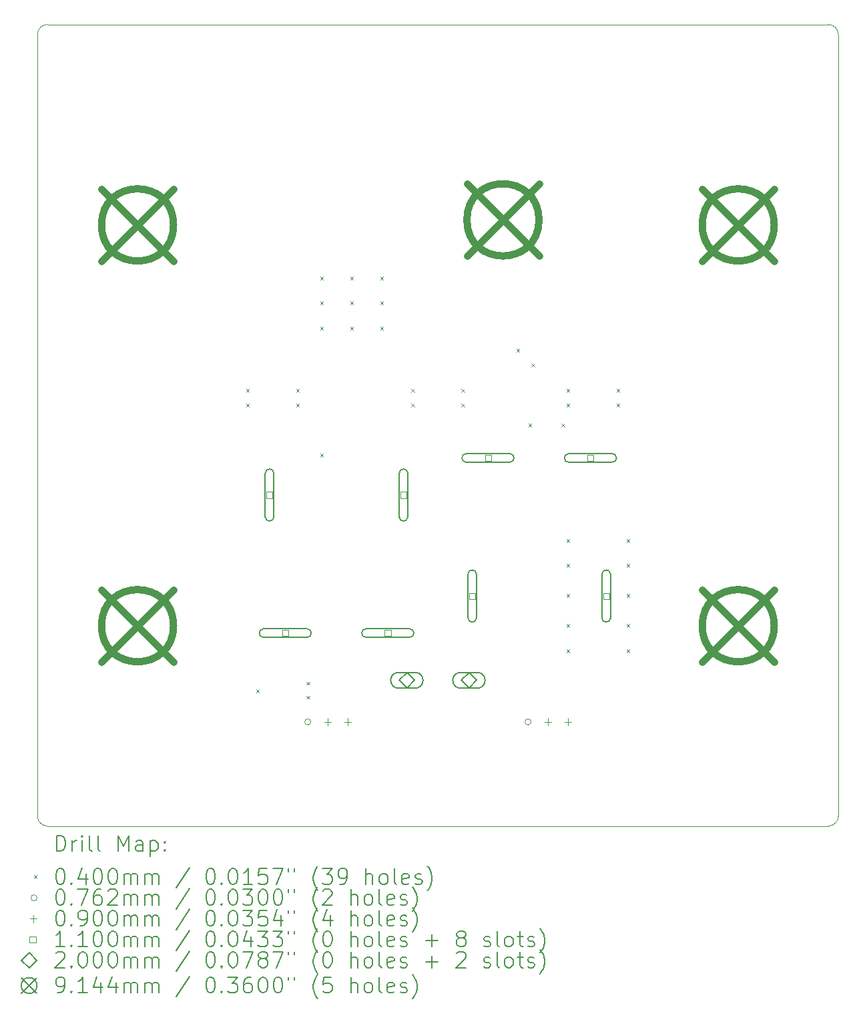
<source format=gbr>
%TF.GenerationSoftware,KiCad,Pcbnew,7.0.2*%
%TF.CreationDate,2024-03-28T21:29:17-05:00*%
%TF.ProjectId,Relay_board_hardware,52656c61-795f-4626-9f61-72645f686172,rev?*%
%TF.SameCoordinates,Original*%
%TF.FileFunction,Drillmap*%
%TF.FilePolarity,Positive*%
%FSLAX45Y45*%
G04 Gerber Fmt 4.5, Leading zero omitted, Abs format (unit mm)*
G04 Created by KiCad (PCBNEW 7.0.2) date 2024-03-28 21:29:17*
%MOMM*%
%LPD*%
G01*
G04 APERTURE LIST*
%ADD10C,0.100000*%
%ADD11C,0.200000*%
%ADD12C,0.040000*%
%ADD13C,0.076200*%
%ADD14C,0.090000*%
%ADD15C,0.110000*%
%ADD16C,0.914400*%
G04 APERTURE END LIST*
D10*
X10160000Y-5207000D02*
X10160000Y-15113000D01*
X10287000Y-15240000D02*
X20193000Y-15240000D01*
X10160000Y-15113000D02*
G75*
G03*
X10287000Y-15240000I127000J0D01*
G01*
X10287000Y-5080000D02*
X20193000Y-5080000D01*
X20193000Y-15240000D02*
G75*
G03*
X20320000Y-15113000I0J127000D01*
G01*
X20320000Y-15113000D02*
X20320000Y-5207000D01*
X20320000Y-5207000D02*
G75*
G03*
X20193000Y-5080000I-127000J0D01*
G01*
X10287000Y-5080000D02*
G75*
G03*
X10160000Y-5207000I0J-127000D01*
G01*
D11*
D12*
X12807000Y-9695500D02*
X12847000Y-9735500D01*
X12847000Y-9695500D02*
X12807000Y-9735500D01*
X12807000Y-9886000D02*
X12847000Y-9926000D01*
X12847000Y-9886000D02*
X12807000Y-9926000D01*
X12934000Y-13505500D02*
X12974000Y-13545500D01*
X12974000Y-13505500D02*
X12934000Y-13545500D01*
X13442000Y-9695500D02*
X13482000Y-9735500D01*
X13482000Y-9695500D02*
X13442000Y-9735500D01*
X13442000Y-9886000D02*
X13482000Y-9926000D01*
X13482000Y-9886000D02*
X13442000Y-9926000D01*
X13574700Y-13410500D02*
X13614700Y-13450500D01*
X13614700Y-13410500D02*
X13574700Y-13450500D01*
X13574700Y-13588300D02*
X13614700Y-13628300D01*
X13614700Y-13588300D02*
X13574700Y-13628300D01*
X13746800Y-8273100D02*
X13786800Y-8313100D01*
X13786800Y-8273100D02*
X13746800Y-8313100D01*
X13746800Y-8590600D02*
X13786800Y-8630600D01*
X13786800Y-8590600D02*
X13746800Y-8630600D01*
X13746800Y-8908100D02*
X13786800Y-8948100D01*
X13786800Y-8908100D02*
X13746800Y-8948100D01*
X13746800Y-10521000D02*
X13786800Y-10561000D01*
X13786800Y-10521000D02*
X13746800Y-10561000D01*
X14127800Y-8273100D02*
X14167800Y-8313100D01*
X14167800Y-8273100D02*
X14127800Y-8313100D01*
X14127800Y-8590600D02*
X14167800Y-8630600D01*
X14167800Y-8590600D02*
X14127800Y-8630600D01*
X14127800Y-8908100D02*
X14167800Y-8948100D01*
X14167800Y-8908100D02*
X14127800Y-8948100D01*
X14508800Y-8273100D02*
X14548800Y-8313100D01*
X14548800Y-8273100D02*
X14508800Y-8313100D01*
X14508800Y-8590600D02*
X14548800Y-8630600D01*
X14548800Y-8590600D02*
X14508800Y-8630600D01*
X14508800Y-8908100D02*
X14548800Y-8948100D01*
X14548800Y-8908100D02*
X14508800Y-8948100D01*
X14902500Y-9695500D02*
X14942500Y-9735500D01*
X14942500Y-9695500D02*
X14902500Y-9735500D01*
X14902500Y-9886000D02*
X14942500Y-9926000D01*
X14942500Y-9886000D02*
X14902500Y-9926000D01*
X15537500Y-9695500D02*
X15577500Y-9735500D01*
X15577500Y-9695500D02*
X15537500Y-9735500D01*
X15537500Y-9886000D02*
X15577500Y-9926000D01*
X15577500Y-9886000D02*
X15537500Y-9926000D01*
X16236000Y-9187500D02*
X16276000Y-9227500D01*
X16276000Y-9187500D02*
X16236000Y-9227500D01*
X16388400Y-10140000D02*
X16428400Y-10180000D01*
X16428400Y-10140000D02*
X16388400Y-10180000D01*
X16426500Y-9378000D02*
X16466500Y-9418000D01*
X16466500Y-9378000D02*
X16426500Y-9418000D01*
X16807500Y-10140000D02*
X16847500Y-10180000D01*
X16847500Y-10140000D02*
X16807500Y-10180000D01*
X16871000Y-9695500D02*
X16911000Y-9735500D01*
X16911000Y-9695500D02*
X16871000Y-9735500D01*
X16871000Y-9886000D02*
X16911000Y-9926000D01*
X16911000Y-9886000D02*
X16871000Y-9926000D01*
X16871000Y-11600500D02*
X16911000Y-11640500D01*
X16911000Y-11600500D02*
X16871000Y-11640500D01*
X16871000Y-11918000D02*
X16911000Y-11958000D01*
X16911000Y-11918000D02*
X16871000Y-11958000D01*
X16871000Y-12299000D02*
X16911000Y-12339000D01*
X16911000Y-12299000D02*
X16871000Y-12339000D01*
X16871000Y-12680000D02*
X16911000Y-12720000D01*
X16911000Y-12680000D02*
X16871000Y-12720000D01*
X16871000Y-12997500D02*
X16911000Y-13037500D01*
X16911000Y-12997500D02*
X16871000Y-13037500D01*
X17506000Y-9695500D02*
X17546000Y-9735500D01*
X17546000Y-9695500D02*
X17506000Y-9735500D01*
X17506000Y-9886000D02*
X17546000Y-9926000D01*
X17546000Y-9886000D02*
X17506000Y-9926000D01*
X17633000Y-11600500D02*
X17673000Y-11640500D01*
X17673000Y-11600500D02*
X17633000Y-11640500D01*
X17633000Y-11918000D02*
X17673000Y-11958000D01*
X17673000Y-11918000D02*
X17633000Y-11958000D01*
X17633000Y-12299000D02*
X17673000Y-12339000D01*
X17673000Y-12299000D02*
X17633000Y-12339000D01*
X17633000Y-12680000D02*
X17673000Y-12720000D01*
X17673000Y-12680000D02*
X17633000Y-12720000D01*
X17633000Y-12997500D02*
X17673000Y-13037500D01*
X17673000Y-12997500D02*
X17633000Y-13037500D01*
D13*
X13627100Y-13919200D02*
G75*
G03*
X13627100Y-13919200I-38100J0D01*
G01*
X16421100Y-13919200D02*
G75*
G03*
X16421100Y-13919200I-38100J0D01*
G01*
D14*
X13843000Y-13874200D02*
X13843000Y-13964200D01*
X13798000Y-13919200D02*
X13888000Y-13919200D01*
X14097000Y-13874200D02*
X14097000Y-13964200D01*
X14052000Y-13919200D02*
X14142000Y-13919200D01*
X16637000Y-13874200D02*
X16637000Y-13964200D01*
X16592000Y-13919200D02*
X16682000Y-13919200D01*
X16891000Y-13874200D02*
X16891000Y-13964200D01*
X16846000Y-13919200D02*
X16936000Y-13919200D01*
D15*
X13143491Y-11082891D02*
X13143491Y-11005109D01*
X13065709Y-11005109D01*
X13065709Y-11082891D01*
X13143491Y-11082891D01*
D11*
X13049600Y-10769000D02*
X13049600Y-11319000D01*
X13049600Y-11319000D02*
G75*
G03*
X13159600Y-11319000I55000J0D01*
G01*
X13159600Y-11319000D02*
X13159600Y-10769000D01*
X13159600Y-10769000D02*
G75*
G03*
X13049600Y-10769000I-55000J0D01*
G01*
D15*
X13343491Y-12832891D02*
X13343491Y-12755109D01*
X13265709Y-12755109D01*
X13265709Y-12832891D01*
X13343491Y-12832891D01*
D11*
X13029600Y-12849000D02*
X13579600Y-12849000D01*
X13579600Y-12849000D02*
G75*
G03*
X13579600Y-12739000I0J55000D01*
G01*
X13579600Y-12739000D02*
X13029600Y-12739000D01*
X13029600Y-12739000D02*
G75*
G03*
X13029600Y-12849000I0J-55000D01*
G01*
D15*
X14643491Y-12832891D02*
X14643491Y-12755109D01*
X14565709Y-12755109D01*
X14565709Y-12832891D01*
X14643491Y-12832891D01*
D11*
X14329600Y-12849000D02*
X14879600Y-12849000D01*
X14879600Y-12849000D02*
G75*
G03*
X14879600Y-12739000I0J55000D01*
G01*
X14879600Y-12739000D02*
X14329600Y-12739000D01*
X14329600Y-12739000D02*
G75*
G03*
X14329600Y-12849000I0J-55000D01*
G01*
D15*
X14843491Y-11082891D02*
X14843491Y-11005109D01*
X14765709Y-11005109D01*
X14765709Y-11082891D01*
X14843491Y-11082891D01*
D11*
X14859600Y-11319000D02*
X14859600Y-10769000D01*
X14859600Y-10769000D02*
G75*
G03*
X14749600Y-10769000I-55000J0D01*
G01*
X14749600Y-10769000D02*
X14749600Y-11319000D01*
X14749600Y-11319000D02*
G75*
G03*
X14859600Y-11319000I55000J0D01*
G01*
D15*
X15714291Y-12362891D02*
X15714291Y-12285109D01*
X15636509Y-12285109D01*
X15636509Y-12362891D01*
X15714291Y-12362891D01*
D11*
X15620400Y-12049000D02*
X15620400Y-12599000D01*
X15620400Y-12599000D02*
G75*
G03*
X15730400Y-12599000I55000J0D01*
G01*
X15730400Y-12599000D02*
X15730400Y-12049000D01*
X15730400Y-12049000D02*
G75*
G03*
X15620400Y-12049000I-55000J0D01*
G01*
D15*
X15914291Y-10612891D02*
X15914291Y-10535109D01*
X15836509Y-10535109D01*
X15836509Y-10612891D01*
X15914291Y-10612891D01*
D11*
X16150400Y-10519000D02*
X15600400Y-10519000D01*
X15600400Y-10519000D02*
G75*
G03*
X15600400Y-10629000I0J-55000D01*
G01*
X15600400Y-10629000D02*
X16150400Y-10629000D01*
X16150400Y-10629000D02*
G75*
G03*
X16150400Y-10519000I0J55000D01*
G01*
D15*
X17214291Y-10612891D02*
X17214291Y-10535109D01*
X17136509Y-10535109D01*
X17136509Y-10612891D01*
X17214291Y-10612891D01*
D11*
X17450400Y-10519000D02*
X16900400Y-10519000D01*
X16900400Y-10519000D02*
G75*
G03*
X16900400Y-10629000I0J-55000D01*
G01*
X16900400Y-10629000D02*
X17450400Y-10629000D01*
X17450400Y-10629000D02*
G75*
G03*
X17450400Y-10519000I0J55000D01*
G01*
D15*
X17414291Y-12362891D02*
X17414291Y-12285109D01*
X17336509Y-12285109D01*
X17336509Y-12362891D01*
X17414291Y-12362891D01*
D11*
X17430400Y-12599000D02*
X17430400Y-12049000D01*
X17430400Y-12049000D02*
G75*
G03*
X17320400Y-12049000I-55000J0D01*
G01*
X17320400Y-12049000D02*
X17320400Y-12599000D01*
X17320400Y-12599000D02*
G75*
G03*
X17430400Y-12599000I55000J0D01*
G01*
X14846300Y-13492280D02*
X14946300Y-13392280D01*
X14846300Y-13292280D01*
X14746300Y-13392280D01*
X14846300Y-13492280D01*
X14741300Y-13492280D02*
X14951300Y-13492280D01*
X14951300Y-13492280D02*
G75*
G03*
X14951300Y-13292280I0J100000D01*
G01*
X14951300Y-13292280D02*
X14741300Y-13292280D01*
X14741300Y-13292280D02*
G75*
G03*
X14741300Y-13492280I0J-100000D01*
G01*
X15633700Y-13492280D02*
X15733700Y-13392280D01*
X15633700Y-13292280D01*
X15533700Y-13392280D01*
X15633700Y-13492280D01*
X15528700Y-13492280D02*
X15738700Y-13492280D01*
X15738700Y-13492280D02*
G75*
G03*
X15738700Y-13292280I0J100000D01*
G01*
X15738700Y-13292280D02*
X15528700Y-13292280D01*
X15528700Y-13292280D02*
G75*
G03*
X15528700Y-13492280I0J-100000D01*
G01*
D16*
X10972800Y-7162800D02*
X11887200Y-8077200D01*
X11887200Y-7162800D02*
X10972800Y-8077200D01*
X11887200Y-7620000D02*
G75*
G03*
X11887200Y-7620000I-457200J0D01*
G01*
X10972800Y-12242800D02*
X11887200Y-13157200D01*
X11887200Y-12242800D02*
X10972800Y-13157200D01*
X11887200Y-12700000D02*
G75*
G03*
X11887200Y-12700000I-457200J0D01*
G01*
X15608300Y-7099300D02*
X16522700Y-8013700D01*
X16522700Y-7099300D02*
X15608300Y-8013700D01*
X16522700Y-7556500D02*
G75*
G03*
X16522700Y-7556500I-457200J0D01*
G01*
X18592800Y-7162800D02*
X19507200Y-8077200D01*
X19507200Y-7162800D02*
X18592800Y-8077200D01*
X19507200Y-7620000D02*
G75*
G03*
X19507200Y-7620000I-457200J0D01*
G01*
X18592800Y-12242800D02*
X19507200Y-13157200D01*
X19507200Y-12242800D02*
X18592800Y-13157200D01*
X19507200Y-12700000D02*
G75*
G03*
X19507200Y-12700000I-457200J0D01*
G01*
D11*
X10402619Y-15557524D02*
X10402619Y-15357524D01*
X10402619Y-15357524D02*
X10450238Y-15357524D01*
X10450238Y-15357524D02*
X10478810Y-15367048D01*
X10478810Y-15367048D02*
X10497857Y-15386095D01*
X10497857Y-15386095D02*
X10507381Y-15405143D01*
X10507381Y-15405143D02*
X10516905Y-15443238D01*
X10516905Y-15443238D02*
X10516905Y-15471809D01*
X10516905Y-15471809D02*
X10507381Y-15509905D01*
X10507381Y-15509905D02*
X10497857Y-15528952D01*
X10497857Y-15528952D02*
X10478810Y-15548000D01*
X10478810Y-15548000D02*
X10450238Y-15557524D01*
X10450238Y-15557524D02*
X10402619Y-15557524D01*
X10602619Y-15557524D02*
X10602619Y-15424190D01*
X10602619Y-15462286D02*
X10612143Y-15443238D01*
X10612143Y-15443238D02*
X10621667Y-15433714D01*
X10621667Y-15433714D02*
X10640714Y-15424190D01*
X10640714Y-15424190D02*
X10659762Y-15424190D01*
X10726429Y-15557524D02*
X10726429Y-15424190D01*
X10726429Y-15357524D02*
X10716905Y-15367048D01*
X10716905Y-15367048D02*
X10726429Y-15376571D01*
X10726429Y-15376571D02*
X10735952Y-15367048D01*
X10735952Y-15367048D02*
X10726429Y-15357524D01*
X10726429Y-15357524D02*
X10726429Y-15376571D01*
X10850238Y-15557524D02*
X10831190Y-15548000D01*
X10831190Y-15548000D02*
X10821667Y-15528952D01*
X10821667Y-15528952D02*
X10821667Y-15357524D01*
X10955000Y-15557524D02*
X10935952Y-15548000D01*
X10935952Y-15548000D02*
X10926429Y-15528952D01*
X10926429Y-15528952D02*
X10926429Y-15357524D01*
X11183571Y-15557524D02*
X11183571Y-15357524D01*
X11183571Y-15357524D02*
X11250238Y-15500381D01*
X11250238Y-15500381D02*
X11316905Y-15357524D01*
X11316905Y-15357524D02*
X11316905Y-15557524D01*
X11497857Y-15557524D02*
X11497857Y-15452762D01*
X11497857Y-15452762D02*
X11488333Y-15433714D01*
X11488333Y-15433714D02*
X11469286Y-15424190D01*
X11469286Y-15424190D02*
X11431190Y-15424190D01*
X11431190Y-15424190D02*
X11412143Y-15433714D01*
X11497857Y-15548000D02*
X11478809Y-15557524D01*
X11478809Y-15557524D02*
X11431190Y-15557524D01*
X11431190Y-15557524D02*
X11412143Y-15548000D01*
X11412143Y-15548000D02*
X11402619Y-15528952D01*
X11402619Y-15528952D02*
X11402619Y-15509905D01*
X11402619Y-15509905D02*
X11412143Y-15490857D01*
X11412143Y-15490857D02*
X11431190Y-15481333D01*
X11431190Y-15481333D02*
X11478809Y-15481333D01*
X11478809Y-15481333D02*
X11497857Y-15471809D01*
X11593095Y-15424190D02*
X11593095Y-15624190D01*
X11593095Y-15433714D02*
X11612143Y-15424190D01*
X11612143Y-15424190D02*
X11650238Y-15424190D01*
X11650238Y-15424190D02*
X11669286Y-15433714D01*
X11669286Y-15433714D02*
X11678809Y-15443238D01*
X11678809Y-15443238D02*
X11688333Y-15462286D01*
X11688333Y-15462286D02*
X11688333Y-15519428D01*
X11688333Y-15519428D02*
X11678809Y-15538476D01*
X11678809Y-15538476D02*
X11669286Y-15548000D01*
X11669286Y-15548000D02*
X11650238Y-15557524D01*
X11650238Y-15557524D02*
X11612143Y-15557524D01*
X11612143Y-15557524D02*
X11593095Y-15548000D01*
X11774048Y-15538476D02*
X11783571Y-15548000D01*
X11783571Y-15548000D02*
X11774048Y-15557524D01*
X11774048Y-15557524D02*
X11764524Y-15548000D01*
X11764524Y-15548000D02*
X11774048Y-15538476D01*
X11774048Y-15538476D02*
X11774048Y-15557524D01*
X11774048Y-15433714D02*
X11783571Y-15443238D01*
X11783571Y-15443238D02*
X11774048Y-15452762D01*
X11774048Y-15452762D02*
X11764524Y-15443238D01*
X11764524Y-15443238D02*
X11774048Y-15433714D01*
X11774048Y-15433714D02*
X11774048Y-15452762D01*
D12*
X10115000Y-15865000D02*
X10155000Y-15905000D01*
X10155000Y-15865000D02*
X10115000Y-15905000D01*
D11*
X10440714Y-15777524D02*
X10459762Y-15777524D01*
X10459762Y-15777524D02*
X10478810Y-15787048D01*
X10478810Y-15787048D02*
X10488333Y-15796571D01*
X10488333Y-15796571D02*
X10497857Y-15815619D01*
X10497857Y-15815619D02*
X10507381Y-15853714D01*
X10507381Y-15853714D02*
X10507381Y-15901333D01*
X10507381Y-15901333D02*
X10497857Y-15939428D01*
X10497857Y-15939428D02*
X10488333Y-15958476D01*
X10488333Y-15958476D02*
X10478810Y-15968000D01*
X10478810Y-15968000D02*
X10459762Y-15977524D01*
X10459762Y-15977524D02*
X10440714Y-15977524D01*
X10440714Y-15977524D02*
X10421667Y-15968000D01*
X10421667Y-15968000D02*
X10412143Y-15958476D01*
X10412143Y-15958476D02*
X10402619Y-15939428D01*
X10402619Y-15939428D02*
X10393095Y-15901333D01*
X10393095Y-15901333D02*
X10393095Y-15853714D01*
X10393095Y-15853714D02*
X10402619Y-15815619D01*
X10402619Y-15815619D02*
X10412143Y-15796571D01*
X10412143Y-15796571D02*
X10421667Y-15787048D01*
X10421667Y-15787048D02*
X10440714Y-15777524D01*
X10593095Y-15958476D02*
X10602619Y-15968000D01*
X10602619Y-15968000D02*
X10593095Y-15977524D01*
X10593095Y-15977524D02*
X10583571Y-15968000D01*
X10583571Y-15968000D02*
X10593095Y-15958476D01*
X10593095Y-15958476D02*
X10593095Y-15977524D01*
X10774048Y-15844190D02*
X10774048Y-15977524D01*
X10726429Y-15768000D02*
X10678810Y-15910857D01*
X10678810Y-15910857D02*
X10802619Y-15910857D01*
X10916905Y-15777524D02*
X10935952Y-15777524D01*
X10935952Y-15777524D02*
X10955000Y-15787048D01*
X10955000Y-15787048D02*
X10964524Y-15796571D01*
X10964524Y-15796571D02*
X10974048Y-15815619D01*
X10974048Y-15815619D02*
X10983571Y-15853714D01*
X10983571Y-15853714D02*
X10983571Y-15901333D01*
X10983571Y-15901333D02*
X10974048Y-15939428D01*
X10974048Y-15939428D02*
X10964524Y-15958476D01*
X10964524Y-15958476D02*
X10955000Y-15968000D01*
X10955000Y-15968000D02*
X10935952Y-15977524D01*
X10935952Y-15977524D02*
X10916905Y-15977524D01*
X10916905Y-15977524D02*
X10897857Y-15968000D01*
X10897857Y-15968000D02*
X10888333Y-15958476D01*
X10888333Y-15958476D02*
X10878810Y-15939428D01*
X10878810Y-15939428D02*
X10869286Y-15901333D01*
X10869286Y-15901333D02*
X10869286Y-15853714D01*
X10869286Y-15853714D02*
X10878810Y-15815619D01*
X10878810Y-15815619D02*
X10888333Y-15796571D01*
X10888333Y-15796571D02*
X10897857Y-15787048D01*
X10897857Y-15787048D02*
X10916905Y-15777524D01*
X11107381Y-15777524D02*
X11126429Y-15777524D01*
X11126429Y-15777524D02*
X11145476Y-15787048D01*
X11145476Y-15787048D02*
X11155000Y-15796571D01*
X11155000Y-15796571D02*
X11164524Y-15815619D01*
X11164524Y-15815619D02*
X11174048Y-15853714D01*
X11174048Y-15853714D02*
X11174048Y-15901333D01*
X11174048Y-15901333D02*
X11164524Y-15939428D01*
X11164524Y-15939428D02*
X11155000Y-15958476D01*
X11155000Y-15958476D02*
X11145476Y-15968000D01*
X11145476Y-15968000D02*
X11126429Y-15977524D01*
X11126429Y-15977524D02*
X11107381Y-15977524D01*
X11107381Y-15977524D02*
X11088333Y-15968000D01*
X11088333Y-15968000D02*
X11078810Y-15958476D01*
X11078810Y-15958476D02*
X11069286Y-15939428D01*
X11069286Y-15939428D02*
X11059762Y-15901333D01*
X11059762Y-15901333D02*
X11059762Y-15853714D01*
X11059762Y-15853714D02*
X11069286Y-15815619D01*
X11069286Y-15815619D02*
X11078810Y-15796571D01*
X11078810Y-15796571D02*
X11088333Y-15787048D01*
X11088333Y-15787048D02*
X11107381Y-15777524D01*
X11259762Y-15977524D02*
X11259762Y-15844190D01*
X11259762Y-15863238D02*
X11269286Y-15853714D01*
X11269286Y-15853714D02*
X11288333Y-15844190D01*
X11288333Y-15844190D02*
X11316905Y-15844190D01*
X11316905Y-15844190D02*
X11335952Y-15853714D01*
X11335952Y-15853714D02*
X11345476Y-15872762D01*
X11345476Y-15872762D02*
X11345476Y-15977524D01*
X11345476Y-15872762D02*
X11355000Y-15853714D01*
X11355000Y-15853714D02*
X11374048Y-15844190D01*
X11374048Y-15844190D02*
X11402619Y-15844190D01*
X11402619Y-15844190D02*
X11421667Y-15853714D01*
X11421667Y-15853714D02*
X11431190Y-15872762D01*
X11431190Y-15872762D02*
X11431190Y-15977524D01*
X11526429Y-15977524D02*
X11526429Y-15844190D01*
X11526429Y-15863238D02*
X11535952Y-15853714D01*
X11535952Y-15853714D02*
X11555000Y-15844190D01*
X11555000Y-15844190D02*
X11583571Y-15844190D01*
X11583571Y-15844190D02*
X11602619Y-15853714D01*
X11602619Y-15853714D02*
X11612143Y-15872762D01*
X11612143Y-15872762D02*
X11612143Y-15977524D01*
X11612143Y-15872762D02*
X11621667Y-15853714D01*
X11621667Y-15853714D02*
X11640714Y-15844190D01*
X11640714Y-15844190D02*
X11669286Y-15844190D01*
X11669286Y-15844190D02*
X11688333Y-15853714D01*
X11688333Y-15853714D02*
X11697857Y-15872762D01*
X11697857Y-15872762D02*
X11697857Y-15977524D01*
X12088333Y-15768000D02*
X11916905Y-16025143D01*
X12345476Y-15777524D02*
X12364524Y-15777524D01*
X12364524Y-15777524D02*
X12383572Y-15787048D01*
X12383572Y-15787048D02*
X12393095Y-15796571D01*
X12393095Y-15796571D02*
X12402619Y-15815619D01*
X12402619Y-15815619D02*
X12412143Y-15853714D01*
X12412143Y-15853714D02*
X12412143Y-15901333D01*
X12412143Y-15901333D02*
X12402619Y-15939428D01*
X12402619Y-15939428D02*
X12393095Y-15958476D01*
X12393095Y-15958476D02*
X12383572Y-15968000D01*
X12383572Y-15968000D02*
X12364524Y-15977524D01*
X12364524Y-15977524D02*
X12345476Y-15977524D01*
X12345476Y-15977524D02*
X12326429Y-15968000D01*
X12326429Y-15968000D02*
X12316905Y-15958476D01*
X12316905Y-15958476D02*
X12307381Y-15939428D01*
X12307381Y-15939428D02*
X12297857Y-15901333D01*
X12297857Y-15901333D02*
X12297857Y-15853714D01*
X12297857Y-15853714D02*
X12307381Y-15815619D01*
X12307381Y-15815619D02*
X12316905Y-15796571D01*
X12316905Y-15796571D02*
X12326429Y-15787048D01*
X12326429Y-15787048D02*
X12345476Y-15777524D01*
X12497857Y-15958476D02*
X12507381Y-15968000D01*
X12507381Y-15968000D02*
X12497857Y-15977524D01*
X12497857Y-15977524D02*
X12488333Y-15968000D01*
X12488333Y-15968000D02*
X12497857Y-15958476D01*
X12497857Y-15958476D02*
X12497857Y-15977524D01*
X12631191Y-15777524D02*
X12650238Y-15777524D01*
X12650238Y-15777524D02*
X12669286Y-15787048D01*
X12669286Y-15787048D02*
X12678810Y-15796571D01*
X12678810Y-15796571D02*
X12688333Y-15815619D01*
X12688333Y-15815619D02*
X12697857Y-15853714D01*
X12697857Y-15853714D02*
X12697857Y-15901333D01*
X12697857Y-15901333D02*
X12688333Y-15939428D01*
X12688333Y-15939428D02*
X12678810Y-15958476D01*
X12678810Y-15958476D02*
X12669286Y-15968000D01*
X12669286Y-15968000D02*
X12650238Y-15977524D01*
X12650238Y-15977524D02*
X12631191Y-15977524D01*
X12631191Y-15977524D02*
X12612143Y-15968000D01*
X12612143Y-15968000D02*
X12602619Y-15958476D01*
X12602619Y-15958476D02*
X12593095Y-15939428D01*
X12593095Y-15939428D02*
X12583572Y-15901333D01*
X12583572Y-15901333D02*
X12583572Y-15853714D01*
X12583572Y-15853714D02*
X12593095Y-15815619D01*
X12593095Y-15815619D02*
X12602619Y-15796571D01*
X12602619Y-15796571D02*
X12612143Y-15787048D01*
X12612143Y-15787048D02*
X12631191Y-15777524D01*
X12888333Y-15977524D02*
X12774048Y-15977524D01*
X12831191Y-15977524D02*
X12831191Y-15777524D01*
X12831191Y-15777524D02*
X12812143Y-15806095D01*
X12812143Y-15806095D02*
X12793095Y-15825143D01*
X12793095Y-15825143D02*
X12774048Y-15834667D01*
X13069286Y-15777524D02*
X12974048Y-15777524D01*
X12974048Y-15777524D02*
X12964524Y-15872762D01*
X12964524Y-15872762D02*
X12974048Y-15863238D01*
X12974048Y-15863238D02*
X12993095Y-15853714D01*
X12993095Y-15853714D02*
X13040714Y-15853714D01*
X13040714Y-15853714D02*
X13059762Y-15863238D01*
X13059762Y-15863238D02*
X13069286Y-15872762D01*
X13069286Y-15872762D02*
X13078810Y-15891809D01*
X13078810Y-15891809D02*
X13078810Y-15939428D01*
X13078810Y-15939428D02*
X13069286Y-15958476D01*
X13069286Y-15958476D02*
X13059762Y-15968000D01*
X13059762Y-15968000D02*
X13040714Y-15977524D01*
X13040714Y-15977524D02*
X12993095Y-15977524D01*
X12993095Y-15977524D02*
X12974048Y-15968000D01*
X12974048Y-15968000D02*
X12964524Y-15958476D01*
X13145476Y-15777524D02*
X13278810Y-15777524D01*
X13278810Y-15777524D02*
X13193095Y-15977524D01*
X13345476Y-15777524D02*
X13345476Y-15815619D01*
X13421667Y-15777524D02*
X13421667Y-15815619D01*
X13716905Y-16053714D02*
X13707381Y-16044190D01*
X13707381Y-16044190D02*
X13688334Y-16015619D01*
X13688334Y-16015619D02*
X13678810Y-15996571D01*
X13678810Y-15996571D02*
X13669286Y-15968000D01*
X13669286Y-15968000D02*
X13659762Y-15920381D01*
X13659762Y-15920381D02*
X13659762Y-15882286D01*
X13659762Y-15882286D02*
X13669286Y-15834667D01*
X13669286Y-15834667D02*
X13678810Y-15806095D01*
X13678810Y-15806095D02*
X13688334Y-15787048D01*
X13688334Y-15787048D02*
X13707381Y-15758476D01*
X13707381Y-15758476D02*
X13716905Y-15748952D01*
X13774048Y-15777524D02*
X13897857Y-15777524D01*
X13897857Y-15777524D02*
X13831191Y-15853714D01*
X13831191Y-15853714D02*
X13859762Y-15853714D01*
X13859762Y-15853714D02*
X13878810Y-15863238D01*
X13878810Y-15863238D02*
X13888334Y-15872762D01*
X13888334Y-15872762D02*
X13897857Y-15891809D01*
X13897857Y-15891809D02*
X13897857Y-15939428D01*
X13897857Y-15939428D02*
X13888334Y-15958476D01*
X13888334Y-15958476D02*
X13878810Y-15968000D01*
X13878810Y-15968000D02*
X13859762Y-15977524D01*
X13859762Y-15977524D02*
X13802619Y-15977524D01*
X13802619Y-15977524D02*
X13783572Y-15968000D01*
X13783572Y-15968000D02*
X13774048Y-15958476D01*
X13993095Y-15977524D02*
X14031191Y-15977524D01*
X14031191Y-15977524D02*
X14050238Y-15968000D01*
X14050238Y-15968000D02*
X14059762Y-15958476D01*
X14059762Y-15958476D02*
X14078810Y-15929905D01*
X14078810Y-15929905D02*
X14088334Y-15891809D01*
X14088334Y-15891809D02*
X14088334Y-15815619D01*
X14088334Y-15815619D02*
X14078810Y-15796571D01*
X14078810Y-15796571D02*
X14069286Y-15787048D01*
X14069286Y-15787048D02*
X14050238Y-15777524D01*
X14050238Y-15777524D02*
X14012143Y-15777524D01*
X14012143Y-15777524D02*
X13993095Y-15787048D01*
X13993095Y-15787048D02*
X13983572Y-15796571D01*
X13983572Y-15796571D02*
X13974048Y-15815619D01*
X13974048Y-15815619D02*
X13974048Y-15863238D01*
X13974048Y-15863238D02*
X13983572Y-15882286D01*
X13983572Y-15882286D02*
X13993095Y-15891809D01*
X13993095Y-15891809D02*
X14012143Y-15901333D01*
X14012143Y-15901333D02*
X14050238Y-15901333D01*
X14050238Y-15901333D02*
X14069286Y-15891809D01*
X14069286Y-15891809D02*
X14078810Y-15882286D01*
X14078810Y-15882286D02*
X14088334Y-15863238D01*
X14326429Y-15977524D02*
X14326429Y-15777524D01*
X14412143Y-15977524D02*
X14412143Y-15872762D01*
X14412143Y-15872762D02*
X14402619Y-15853714D01*
X14402619Y-15853714D02*
X14383572Y-15844190D01*
X14383572Y-15844190D02*
X14355000Y-15844190D01*
X14355000Y-15844190D02*
X14335953Y-15853714D01*
X14335953Y-15853714D02*
X14326429Y-15863238D01*
X14535953Y-15977524D02*
X14516905Y-15968000D01*
X14516905Y-15968000D02*
X14507381Y-15958476D01*
X14507381Y-15958476D02*
X14497857Y-15939428D01*
X14497857Y-15939428D02*
X14497857Y-15882286D01*
X14497857Y-15882286D02*
X14507381Y-15863238D01*
X14507381Y-15863238D02*
X14516905Y-15853714D01*
X14516905Y-15853714D02*
X14535953Y-15844190D01*
X14535953Y-15844190D02*
X14564524Y-15844190D01*
X14564524Y-15844190D02*
X14583572Y-15853714D01*
X14583572Y-15853714D02*
X14593096Y-15863238D01*
X14593096Y-15863238D02*
X14602619Y-15882286D01*
X14602619Y-15882286D02*
X14602619Y-15939428D01*
X14602619Y-15939428D02*
X14593096Y-15958476D01*
X14593096Y-15958476D02*
X14583572Y-15968000D01*
X14583572Y-15968000D02*
X14564524Y-15977524D01*
X14564524Y-15977524D02*
X14535953Y-15977524D01*
X14716905Y-15977524D02*
X14697857Y-15968000D01*
X14697857Y-15968000D02*
X14688334Y-15948952D01*
X14688334Y-15948952D02*
X14688334Y-15777524D01*
X14869286Y-15968000D02*
X14850238Y-15977524D01*
X14850238Y-15977524D02*
X14812143Y-15977524D01*
X14812143Y-15977524D02*
X14793096Y-15968000D01*
X14793096Y-15968000D02*
X14783572Y-15948952D01*
X14783572Y-15948952D02*
X14783572Y-15872762D01*
X14783572Y-15872762D02*
X14793096Y-15853714D01*
X14793096Y-15853714D02*
X14812143Y-15844190D01*
X14812143Y-15844190D02*
X14850238Y-15844190D01*
X14850238Y-15844190D02*
X14869286Y-15853714D01*
X14869286Y-15853714D02*
X14878810Y-15872762D01*
X14878810Y-15872762D02*
X14878810Y-15891809D01*
X14878810Y-15891809D02*
X14783572Y-15910857D01*
X14955000Y-15968000D02*
X14974048Y-15977524D01*
X14974048Y-15977524D02*
X15012143Y-15977524D01*
X15012143Y-15977524D02*
X15031191Y-15968000D01*
X15031191Y-15968000D02*
X15040715Y-15948952D01*
X15040715Y-15948952D02*
X15040715Y-15939428D01*
X15040715Y-15939428D02*
X15031191Y-15920381D01*
X15031191Y-15920381D02*
X15012143Y-15910857D01*
X15012143Y-15910857D02*
X14983572Y-15910857D01*
X14983572Y-15910857D02*
X14964524Y-15901333D01*
X14964524Y-15901333D02*
X14955000Y-15882286D01*
X14955000Y-15882286D02*
X14955000Y-15872762D01*
X14955000Y-15872762D02*
X14964524Y-15853714D01*
X14964524Y-15853714D02*
X14983572Y-15844190D01*
X14983572Y-15844190D02*
X15012143Y-15844190D01*
X15012143Y-15844190D02*
X15031191Y-15853714D01*
X15107381Y-16053714D02*
X15116905Y-16044190D01*
X15116905Y-16044190D02*
X15135953Y-16015619D01*
X15135953Y-16015619D02*
X15145477Y-15996571D01*
X15145477Y-15996571D02*
X15155000Y-15968000D01*
X15155000Y-15968000D02*
X15164524Y-15920381D01*
X15164524Y-15920381D02*
X15164524Y-15882286D01*
X15164524Y-15882286D02*
X15155000Y-15834667D01*
X15155000Y-15834667D02*
X15145477Y-15806095D01*
X15145477Y-15806095D02*
X15135953Y-15787048D01*
X15135953Y-15787048D02*
X15116905Y-15758476D01*
X15116905Y-15758476D02*
X15107381Y-15748952D01*
D13*
X10155000Y-16149000D02*
G75*
G03*
X10155000Y-16149000I-38100J0D01*
G01*
D11*
X10440714Y-16041524D02*
X10459762Y-16041524D01*
X10459762Y-16041524D02*
X10478810Y-16051048D01*
X10478810Y-16051048D02*
X10488333Y-16060571D01*
X10488333Y-16060571D02*
X10497857Y-16079619D01*
X10497857Y-16079619D02*
X10507381Y-16117714D01*
X10507381Y-16117714D02*
X10507381Y-16165333D01*
X10507381Y-16165333D02*
X10497857Y-16203428D01*
X10497857Y-16203428D02*
X10488333Y-16222476D01*
X10488333Y-16222476D02*
X10478810Y-16232000D01*
X10478810Y-16232000D02*
X10459762Y-16241524D01*
X10459762Y-16241524D02*
X10440714Y-16241524D01*
X10440714Y-16241524D02*
X10421667Y-16232000D01*
X10421667Y-16232000D02*
X10412143Y-16222476D01*
X10412143Y-16222476D02*
X10402619Y-16203428D01*
X10402619Y-16203428D02*
X10393095Y-16165333D01*
X10393095Y-16165333D02*
X10393095Y-16117714D01*
X10393095Y-16117714D02*
X10402619Y-16079619D01*
X10402619Y-16079619D02*
X10412143Y-16060571D01*
X10412143Y-16060571D02*
X10421667Y-16051048D01*
X10421667Y-16051048D02*
X10440714Y-16041524D01*
X10593095Y-16222476D02*
X10602619Y-16232000D01*
X10602619Y-16232000D02*
X10593095Y-16241524D01*
X10593095Y-16241524D02*
X10583571Y-16232000D01*
X10583571Y-16232000D02*
X10593095Y-16222476D01*
X10593095Y-16222476D02*
X10593095Y-16241524D01*
X10669286Y-16041524D02*
X10802619Y-16041524D01*
X10802619Y-16041524D02*
X10716905Y-16241524D01*
X10964524Y-16041524D02*
X10926429Y-16041524D01*
X10926429Y-16041524D02*
X10907381Y-16051048D01*
X10907381Y-16051048D02*
X10897857Y-16060571D01*
X10897857Y-16060571D02*
X10878810Y-16089143D01*
X10878810Y-16089143D02*
X10869286Y-16127238D01*
X10869286Y-16127238D02*
X10869286Y-16203428D01*
X10869286Y-16203428D02*
X10878810Y-16222476D01*
X10878810Y-16222476D02*
X10888333Y-16232000D01*
X10888333Y-16232000D02*
X10907381Y-16241524D01*
X10907381Y-16241524D02*
X10945476Y-16241524D01*
X10945476Y-16241524D02*
X10964524Y-16232000D01*
X10964524Y-16232000D02*
X10974048Y-16222476D01*
X10974048Y-16222476D02*
X10983571Y-16203428D01*
X10983571Y-16203428D02*
X10983571Y-16155809D01*
X10983571Y-16155809D02*
X10974048Y-16136762D01*
X10974048Y-16136762D02*
X10964524Y-16127238D01*
X10964524Y-16127238D02*
X10945476Y-16117714D01*
X10945476Y-16117714D02*
X10907381Y-16117714D01*
X10907381Y-16117714D02*
X10888333Y-16127238D01*
X10888333Y-16127238D02*
X10878810Y-16136762D01*
X10878810Y-16136762D02*
X10869286Y-16155809D01*
X11059762Y-16060571D02*
X11069286Y-16051048D01*
X11069286Y-16051048D02*
X11088333Y-16041524D01*
X11088333Y-16041524D02*
X11135952Y-16041524D01*
X11135952Y-16041524D02*
X11155000Y-16051048D01*
X11155000Y-16051048D02*
X11164524Y-16060571D01*
X11164524Y-16060571D02*
X11174048Y-16079619D01*
X11174048Y-16079619D02*
X11174048Y-16098667D01*
X11174048Y-16098667D02*
X11164524Y-16127238D01*
X11164524Y-16127238D02*
X11050238Y-16241524D01*
X11050238Y-16241524D02*
X11174048Y-16241524D01*
X11259762Y-16241524D02*
X11259762Y-16108190D01*
X11259762Y-16127238D02*
X11269286Y-16117714D01*
X11269286Y-16117714D02*
X11288333Y-16108190D01*
X11288333Y-16108190D02*
X11316905Y-16108190D01*
X11316905Y-16108190D02*
X11335952Y-16117714D01*
X11335952Y-16117714D02*
X11345476Y-16136762D01*
X11345476Y-16136762D02*
X11345476Y-16241524D01*
X11345476Y-16136762D02*
X11355000Y-16117714D01*
X11355000Y-16117714D02*
X11374048Y-16108190D01*
X11374048Y-16108190D02*
X11402619Y-16108190D01*
X11402619Y-16108190D02*
X11421667Y-16117714D01*
X11421667Y-16117714D02*
X11431190Y-16136762D01*
X11431190Y-16136762D02*
X11431190Y-16241524D01*
X11526429Y-16241524D02*
X11526429Y-16108190D01*
X11526429Y-16127238D02*
X11535952Y-16117714D01*
X11535952Y-16117714D02*
X11555000Y-16108190D01*
X11555000Y-16108190D02*
X11583571Y-16108190D01*
X11583571Y-16108190D02*
X11602619Y-16117714D01*
X11602619Y-16117714D02*
X11612143Y-16136762D01*
X11612143Y-16136762D02*
X11612143Y-16241524D01*
X11612143Y-16136762D02*
X11621667Y-16117714D01*
X11621667Y-16117714D02*
X11640714Y-16108190D01*
X11640714Y-16108190D02*
X11669286Y-16108190D01*
X11669286Y-16108190D02*
X11688333Y-16117714D01*
X11688333Y-16117714D02*
X11697857Y-16136762D01*
X11697857Y-16136762D02*
X11697857Y-16241524D01*
X12088333Y-16032000D02*
X11916905Y-16289143D01*
X12345476Y-16041524D02*
X12364524Y-16041524D01*
X12364524Y-16041524D02*
X12383572Y-16051048D01*
X12383572Y-16051048D02*
X12393095Y-16060571D01*
X12393095Y-16060571D02*
X12402619Y-16079619D01*
X12402619Y-16079619D02*
X12412143Y-16117714D01*
X12412143Y-16117714D02*
X12412143Y-16165333D01*
X12412143Y-16165333D02*
X12402619Y-16203428D01*
X12402619Y-16203428D02*
X12393095Y-16222476D01*
X12393095Y-16222476D02*
X12383572Y-16232000D01*
X12383572Y-16232000D02*
X12364524Y-16241524D01*
X12364524Y-16241524D02*
X12345476Y-16241524D01*
X12345476Y-16241524D02*
X12326429Y-16232000D01*
X12326429Y-16232000D02*
X12316905Y-16222476D01*
X12316905Y-16222476D02*
X12307381Y-16203428D01*
X12307381Y-16203428D02*
X12297857Y-16165333D01*
X12297857Y-16165333D02*
X12297857Y-16117714D01*
X12297857Y-16117714D02*
X12307381Y-16079619D01*
X12307381Y-16079619D02*
X12316905Y-16060571D01*
X12316905Y-16060571D02*
X12326429Y-16051048D01*
X12326429Y-16051048D02*
X12345476Y-16041524D01*
X12497857Y-16222476D02*
X12507381Y-16232000D01*
X12507381Y-16232000D02*
X12497857Y-16241524D01*
X12497857Y-16241524D02*
X12488333Y-16232000D01*
X12488333Y-16232000D02*
X12497857Y-16222476D01*
X12497857Y-16222476D02*
X12497857Y-16241524D01*
X12631191Y-16041524D02*
X12650238Y-16041524D01*
X12650238Y-16041524D02*
X12669286Y-16051048D01*
X12669286Y-16051048D02*
X12678810Y-16060571D01*
X12678810Y-16060571D02*
X12688333Y-16079619D01*
X12688333Y-16079619D02*
X12697857Y-16117714D01*
X12697857Y-16117714D02*
X12697857Y-16165333D01*
X12697857Y-16165333D02*
X12688333Y-16203428D01*
X12688333Y-16203428D02*
X12678810Y-16222476D01*
X12678810Y-16222476D02*
X12669286Y-16232000D01*
X12669286Y-16232000D02*
X12650238Y-16241524D01*
X12650238Y-16241524D02*
X12631191Y-16241524D01*
X12631191Y-16241524D02*
X12612143Y-16232000D01*
X12612143Y-16232000D02*
X12602619Y-16222476D01*
X12602619Y-16222476D02*
X12593095Y-16203428D01*
X12593095Y-16203428D02*
X12583572Y-16165333D01*
X12583572Y-16165333D02*
X12583572Y-16117714D01*
X12583572Y-16117714D02*
X12593095Y-16079619D01*
X12593095Y-16079619D02*
X12602619Y-16060571D01*
X12602619Y-16060571D02*
X12612143Y-16051048D01*
X12612143Y-16051048D02*
X12631191Y-16041524D01*
X12764524Y-16041524D02*
X12888333Y-16041524D01*
X12888333Y-16041524D02*
X12821667Y-16117714D01*
X12821667Y-16117714D02*
X12850238Y-16117714D01*
X12850238Y-16117714D02*
X12869286Y-16127238D01*
X12869286Y-16127238D02*
X12878810Y-16136762D01*
X12878810Y-16136762D02*
X12888333Y-16155809D01*
X12888333Y-16155809D02*
X12888333Y-16203428D01*
X12888333Y-16203428D02*
X12878810Y-16222476D01*
X12878810Y-16222476D02*
X12869286Y-16232000D01*
X12869286Y-16232000D02*
X12850238Y-16241524D01*
X12850238Y-16241524D02*
X12793095Y-16241524D01*
X12793095Y-16241524D02*
X12774048Y-16232000D01*
X12774048Y-16232000D02*
X12764524Y-16222476D01*
X13012143Y-16041524D02*
X13031191Y-16041524D01*
X13031191Y-16041524D02*
X13050238Y-16051048D01*
X13050238Y-16051048D02*
X13059762Y-16060571D01*
X13059762Y-16060571D02*
X13069286Y-16079619D01*
X13069286Y-16079619D02*
X13078810Y-16117714D01*
X13078810Y-16117714D02*
X13078810Y-16165333D01*
X13078810Y-16165333D02*
X13069286Y-16203428D01*
X13069286Y-16203428D02*
X13059762Y-16222476D01*
X13059762Y-16222476D02*
X13050238Y-16232000D01*
X13050238Y-16232000D02*
X13031191Y-16241524D01*
X13031191Y-16241524D02*
X13012143Y-16241524D01*
X13012143Y-16241524D02*
X12993095Y-16232000D01*
X12993095Y-16232000D02*
X12983572Y-16222476D01*
X12983572Y-16222476D02*
X12974048Y-16203428D01*
X12974048Y-16203428D02*
X12964524Y-16165333D01*
X12964524Y-16165333D02*
X12964524Y-16117714D01*
X12964524Y-16117714D02*
X12974048Y-16079619D01*
X12974048Y-16079619D02*
X12983572Y-16060571D01*
X12983572Y-16060571D02*
X12993095Y-16051048D01*
X12993095Y-16051048D02*
X13012143Y-16041524D01*
X13202619Y-16041524D02*
X13221667Y-16041524D01*
X13221667Y-16041524D02*
X13240714Y-16051048D01*
X13240714Y-16051048D02*
X13250238Y-16060571D01*
X13250238Y-16060571D02*
X13259762Y-16079619D01*
X13259762Y-16079619D02*
X13269286Y-16117714D01*
X13269286Y-16117714D02*
X13269286Y-16165333D01*
X13269286Y-16165333D02*
X13259762Y-16203428D01*
X13259762Y-16203428D02*
X13250238Y-16222476D01*
X13250238Y-16222476D02*
X13240714Y-16232000D01*
X13240714Y-16232000D02*
X13221667Y-16241524D01*
X13221667Y-16241524D02*
X13202619Y-16241524D01*
X13202619Y-16241524D02*
X13183572Y-16232000D01*
X13183572Y-16232000D02*
X13174048Y-16222476D01*
X13174048Y-16222476D02*
X13164524Y-16203428D01*
X13164524Y-16203428D02*
X13155000Y-16165333D01*
X13155000Y-16165333D02*
X13155000Y-16117714D01*
X13155000Y-16117714D02*
X13164524Y-16079619D01*
X13164524Y-16079619D02*
X13174048Y-16060571D01*
X13174048Y-16060571D02*
X13183572Y-16051048D01*
X13183572Y-16051048D02*
X13202619Y-16041524D01*
X13345476Y-16041524D02*
X13345476Y-16079619D01*
X13421667Y-16041524D02*
X13421667Y-16079619D01*
X13716905Y-16317714D02*
X13707381Y-16308190D01*
X13707381Y-16308190D02*
X13688334Y-16279619D01*
X13688334Y-16279619D02*
X13678810Y-16260571D01*
X13678810Y-16260571D02*
X13669286Y-16232000D01*
X13669286Y-16232000D02*
X13659762Y-16184381D01*
X13659762Y-16184381D02*
X13659762Y-16146286D01*
X13659762Y-16146286D02*
X13669286Y-16098667D01*
X13669286Y-16098667D02*
X13678810Y-16070095D01*
X13678810Y-16070095D02*
X13688334Y-16051048D01*
X13688334Y-16051048D02*
X13707381Y-16022476D01*
X13707381Y-16022476D02*
X13716905Y-16012952D01*
X13783572Y-16060571D02*
X13793095Y-16051048D01*
X13793095Y-16051048D02*
X13812143Y-16041524D01*
X13812143Y-16041524D02*
X13859762Y-16041524D01*
X13859762Y-16041524D02*
X13878810Y-16051048D01*
X13878810Y-16051048D02*
X13888334Y-16060571D01*
X13888334Y-16060571D02*
X13897857Y-16079619D01*
X13897857Y-16079619D02*
X13897857Y-16098667D01*
X13897857Y-16098667D02*
X13888334Y-16127238D01*
X13888334Y-16127238D02*
X13774048Y-16241524D01*
X13774048Y-16241524D02*
X13897857Y-16241524D01*
X14135953Y-16241524D02*
X14135953Y-16041524D01*
X14221667Y-16241524D02*
X14221667Y-16136762D01*
X14221667Y-16136762D02*
X14212143Y-16117714D01*
X14212143Y-16117714D02*
X14193096Y-16108190D01*
X14193096Y-16108190D02*
X14164524Y-16108190D01*
X14164524Y-16108190D02*
X14145476Y-16117714D01*
X14145476Y-16117714D02*
X14135953Y-16127238D01*
X14345476Y-16241524D02*
X14326429Y-16232000D01*
X14326429Y-16232000D02*
X14316905Y-16222476D01*
X14316905Y-16222476D02*
X14307381Y-16203428D01*
X14307381Y-16203428D02*
X14307381Y-16146286D01*
X14307381Y-16146286D02*
X14316905Y-16127238D01*
X14316905Y-16127238D02*
X14326429Y-16117714D01*
X14326429Y-16117714D02*
X14345476Y-16108190D01*
X14345476Y-16108190D02*
X14374048Y-16108190D01*
X14374048Y-16108190D02*
X14393096Y-16117714D01*
X14393096Y-16117714D02*
X14402619Y-16127238D01*
X14402619Y-16127238D02*
X14412143Y-16146286D01*
X14412143Y-16146286D02*
X14412143Y-16203428D01*
X14412143Y-16203428D02*
X14402619Y-16222476D01*
X14402619Y-16222476D02*
X14393096Y-16232000D01*
X14393096Y-16232000D02*
X14374048Y-16241524D01*
X14374048Y-16241524D02*
X14345476Y-16241524D01*
X14526429Y-16241524D02*
X14507381Y-16232000D01*
X14507381Y-16232000D02*
X14497857Y-16212952D01*
X14497857Y-16212952D02*
X14497857Y-16041524D01*
X14678810Y-16232000D02*
X14659762Y-16241524D01*
X14659762Y-16241524D02*
X14621667Y-16241524D01*
X14621667Y-16241524D02*
X14602619Y-16232000D01*
X14602619Y-16232000D02*
X14593096Y-16212952D01*
X14593096Y-16212952D02*
X14593096Y-16136762D01*
X14593096Y-16136762D02*
X14602619Y-16117714D01*
X14602619Y-16117714D02*
X14621667Y-16108190D01*
X14621667Y-16108190D02*
X14659762Y-16108190D01*
X14659762Y-16108190D02*
X14678810Y-16117714D01*
X14678810Y-16117714D02*
X14688334Y-16136762D01*
X14688334Y-16136762D02*
X14688334Y-16155809D01*
X14688334Y-16155809D02*
X14593096Y-16174857D01*
X14764524Y-16232000D02*
X14783572Y-16241524D01*
X14783572Y-16241524D02*
X14821667Y-16241524D01*
X14821667Y-16241524D02*
X14840715Y-16232000D01*
X14840715Y-16232000D02*
X14850238Y-16212952D01*
X14850238Y-16212952D02*
X14850238Y-16203428D01*
X14850238Y-16203428D02*
X14840715Y-16184381D01*
X14840715Y-16184381D02*
X14821667Y-16174857D01*
X14821667Y-16174857D02*
X14793096Y-16174857D01*
X14793096Y-16174857D02*
X14774048Y-16165333D01*
X14774048Y-16165333D02*
X14764524Y-16146286D01*
X14764524Y-16146286D02*
X14764524Y-16136762D01*
X14764524Y-16136762D02*
X14774048Y-16117714D01*
X14774048Y-16117714D02*
X14793096Y-16108190D01*
X14793096Y-16108190D02*
X14821667Y-16108190D01*
X14821667Y-16108190D02*
X14840715Y-16117714D01*
X14916905Y-16317714D02*
X14926429Y-16308190D01*
X14926429Y-16308190D02*
X14945477Y-16279619D01*
X14945477Y-16279619D02*
X14955000Y-16260571D01*
X14955000Y-16260571D02*
X14964524Y-16232000D01*
X14964524Y-16232000D02*
X14974048Y-16184381D01*
X14974048Y-16184381D02*
X14974048Y-16146286D01*
X14974048Y-16146286D02*
X14964524Y-16098667D01*
X14964524Y-16098667D02*
X14955000Y-16070095D01*
X14955000Y-16070095D02*
X14945477Y-16051048D01*
X14945477Y-16051048D02*
X14926429Y-16022476D01*
X14926429Y-16022476D02*
X14916905Y-16012952D01*
D14*
X10110000Y-16368000D02*
X10110000Y-16458000D01*
X10065000Y-16413000D02*
X10155000Y-16413000D01*
D11*
X10440714Y-16305524D02*
X10459762Y-16305524D01*
X10459762Y-16305524D02*
X10478810Y-16315048D01*
X10478810Y-16315048D02*
X10488333Y-16324571D01*
X10488333Y-16324571D02*
X10497857Y-16343619D01*
X10497857Y-16343619D02*
X10507381Y-16381714D01*
X10507381Y-16381714D02*
X10507381Y-16429333D01*
X10507381Y-16429333D02*
X10497857Y-16467428D01*
X10497857Y-16467428D02*
X10488333Y-16486476D01*
X10488333Y-16486476D02*
X10478810Y-16496000D01*
X10478810Y-16496000D02*
X10459762Y-16505524D01*
X10459762Y-16505524D02*
X10440714Y-16505524D01*
X10440714Y-16505524D02*
X10421667Y-16496000D01*
X10421667Y-16496000D02*
X10412143Y-16486476D01*
X10412143Y-16486476D02*
X10402619Y-16467428D01*
X10402619Y-16467428D02*
X10393095Y-16429333D01*
X10393095Y-16429333D02*
X10393095Y-16381714D01*
X10393095Y-16381714D02*
X10402619Y-16343619D01*
X10402619Y-16343619D02*
X10412143Y-16324571D01*
X10412143Y-16324571D02*
X10421667Y-16315048D01*
X10421667Y-16315048D02*
X10440714Y-16305524D01*
X10593095Y-16486476D02*
X10602619Y-16496000D01*
X10602619Y-16496000D02*
X10593095Y-16505524D01*
X10593095Y-16505524D02*
X10583571Y-16496000D01*
X10583571Y-16496000D02*
X10593095Y-16486476D01*
X10593095Y-16486476D02*
X10593095Y-16505524D01*
X10697857Y-16505524D02*
X10735952Y-16505524D01*
X10735952Y-16505524D02*
X10755000Y-16496000D01*
X10755000Y-16496000D02*
X10764524Y-16486476D01*
X10764524Y-16486476D02*
X10783571Y-16457905D01*
X10783571Y-16457905D02*
X10793095Y-16419809D01*
X10793095Y-16419809D02*
X10793095Y-16343619D01*
X10793095Y-16343619D02*
X10783571Y-16324571D01*
X10783571Y-16324571D02*
X10774048Y-16315048D01*
X10774048Y-16315048D02*
X10755000Y-16305524D01*
X10755000Y-16305524D02*
X10716905Y-16305524D01*
X10716905Y-16305524D02*
X10697857Y-16315048D01*
X10697857Y-16315048D02*
X10688333Y-16324571D01*
X10688333Y-16324571D02*
X10678810Y-16343619D01*
X10678810Y-16343619D02*
X10678810Y-16391238D01*
X10678810Y-16391238D02*
X10688333Y-16410286D01*
X10688333Y-16410286D02*
X10697857Y-16419809D01*
X10697857Y-16419809D02*
X10716905Y-16429333D01*
X10716905Y-16429333D02*
X10755000Y-16429333D01*
X10755000Y-16429333D02*
X10774048Y-16419809D01*
X10774048Y-16419809D02*
X10783571Y-16410286D01*
X10783571Y-16410286D02*
X10793095Y-16391238D01*
X10916905Y-16305524D02*
X10935952Y-16305524D01*
X10935952Y-16305524D02*
X10955000Y-16315048D01*
X10955000Y-16315048D02*
X10964524Y-16324571D01*
X10964524Y-16324571D02*
X10974048Y-16343619D01*
X10974048Y-16343619D02*
X10983571Y-16381714D01*
X10983571Y-16381714D02*
X10983571Y-16429333D01*
X10983571Y-16429333D02*
X10974048Y-16467428D01*
X10974048Y-16467428D02*
X10964524Y-16486476D01*
X10964524Y-16486476D02*
X10955000Y-16496000D01*
X10955000Y-16496000D02*
X10935952Y-16505524D01*
X10935952Y-16505524D02*
X10916905Y-16505524D01*
X10916905Y-16505524D02*
X10897857Y-16496000D01*
X10897857Y-16496000D02*
X10888333Y-16486476D01*
X10888333Y-16486476D02*
X10878810Y-16467428D01*
X10878810Y-16467428D02*
X10869286Y-16429333D01*
X10869286Y-16429333D02*
X10869286Y-16381714D01*
X10869286Y-16381714D02*
X10878810Y-16343619D01*
X10878810Y-16343619D02*
X10888333Y-16324571D01*
X10888333Y-16324571D02*
X10897857Y-16315048D01*
X10897857Y-16315048D02*
X10916905Y-16305524D01*
X11107381Y-16305524D02*
X11126429Y-16305524D01*
X11126429Y-16305524D02*
X11145476Y-16315048D01*
X11145476Y-16315048D02*
X11155000Y-16324571D01*
X11155000Y-16324571D02*
X11164524Y-16343619D01*
X11164524Y-16343619D02*
X11174048Y-16381714D01*
X11174048Y-16381714D02*
X11174048Y-16429333D01*
X11174048Y-16429333D02*
X11164524Y-16467428D01*
X11164524Y-16467428D02*
X11155000Y-16486476D01*
X11155000Y-16486476D02*
X11145476Y-16496000D01*
X11145476Y-16496000D02*
X11126429Y-16505524D01*
X11126429Y-16505524D02*
X11107381Y-16505524D01*
X11107381Y-16505524D02*
X11088333Y-16496000D01*
X11088333Y-16496000D02*
X11078810Y-16486476D01*
X11078810Y-16486476D02*
X11069286Y-16467428D01*
X11069286Y-16467428D02*
X11059762Y-16429333D01*
X11059762Y-16429333D02*
X11059762Y-16381714D01*
X11059762Y-16381714D02*
X11069286Y-16343619D01*
X11069286Y-16343619D02*
X11078810Y-16324571D01*
X11078810Y-16324571D02*
X11088333Y-16315048D01*
X11088333Y-16315048D02*
X11107381Y-16305524D01*
X11259762Y-16505524D02*
X11259762Y-16372190D01*
X11259762Y-16391238D02*
X11269286Y-16381714D01*
X11269286Y-16381714D02*
X11288333Y-16372190D01*
X11288333Y-16372190D02*
X11316905Y-16372190D01*
X11316905Y-16372190D02*
X11335952Y-16381714D01*
X11335952Y-16381714D02*
X11345476Y-16400762D01*
X11345476Y-16400762D02*
X11345476Y-16505524D01*
X11345476Y-16400762D02*
X11355000Y-16381714D01*
X11355000Y-16381714D02*
X11374048Y-16372190D01*
X11374048Y-16372190D02*
X11402619Y-16372190D01*
X11402619Y-16372190D02*
X11421667Y-16381714D01*
X11421667Y-16381714D02*
X11431190Y-16400762D01*
X11431190Y-16400762D02*
X11431190Y-16505524D01*
X11526429Y-16505524D02*
X11526429Y-16372190D01*
X11526429Y-16391238D02*
X11535952Y-16381714D01*
X11535952Y-16381714D02*
X11555000Y-16372190D01*
X11555000Y-16372190D02*
X11583571Y-16372190D01*
X11583571Y-16372190D02*
X11602619Y-16381714D01*
X11602619Y-16381714D02*
X11612143Y-16400762D01*
X11612143Y-16400762D02*
X11612143Y-16505524D01*
X11612143Y-16400762D02*
X11621667Y-16381714D01*
X11621667Y-16381714D02*
X11640714Y-16372190D01*
X11640714Y-16372190D02*
X11669286Y-16372190D01*
X11669286Y-16372190D02*
X11688333Y-16381714D01*
X11688333Y-16381714D02*
X11697857Y-16400762D01*
X11697857Y-16400762D02*
X11697857Y-16505524D01*
X12088333Y-16296000D02*
X11916905Y-16553143D01*
X12345476Y-16305524D02*
X12364524Y-16305524D01*
X12364524Y-16305524D02*
X12383572Y-16315048D01*
X12383572Y-16315048D02*
X12393095Y-16324571D01*
X12393095Y-16324571D02*
X12402619Y-16343619D01*
X12402619Y-16343619D02*
X12412143Y-16381714D01*
X12412143Y-16381714D02*
X12412143Y-16429333D01*
X12412143Y-16429333D02*
X12402619Y-16467428D01*
X12402619Y-16467428D02*
X12393095Y-16486476D01*
X12393095Y-16486476D02*
X12383572Y-16496000D01*
X12383572Y-16496000D02*
X12364524Y-16505524D01*
X12364524Y-16505524D02*
X12345476Y-16505524D01*
X12345476Y-16505524D02*
X12326429Y-16496000D01*
X12326429Y-16496000D02*
X12316905Y-16486476D01*
X12316905Y-16486476D02*
X12307381Y-16467428D01*
X12307381Y-16467428D02*
X12297857Y-16429333D01*
X12297857Y-16429333D02*
X12297857Y-16381714D01*
X12297857Y-16381714D02*
X12307381Y-16343619D01*
X12307381Y-16343619D02*
X12316905Y-16324571D01*
X12316905Y-16324571D02*
X12326429Y-16315048D01*
X12326429Y-16315048D02*
X12345476Y-16305524D01*
X12497857Y-16486476D02*
X12507381Y-16496000D01*
X12507381Y-16496000D02*
X12497857Y-16505524D01*
X12497857Y-16505524D02*
X12488333Y-16496000D01*
X12488333Y-16496000D02*
X12497857Y-16486476D01*
X12497857Y-16486476D02*
X12497857Y-16505524D01*
X12631191Y-16305524D02*
X12650238Y-16305524D01*
X12650238Y-16305524D02*
X12669286Y-16315048D01*
X12669286Y-16315048D02*
X12678810Y-16324571D01*
X12678810Y-16324571D02*
X12688333Y-16343619D01*
X12688333Y-16343619D02*
X12697857Y-16381714D01*
X12697857Y-16381714D02*
X12697857Y-16429333D01*
X12697857Y-16429333D02*
X12688333Y-16467428D01*
X12688333Y-16467428D02*
X12678810Y-16486476D01*
X12678810Y-16486476D02*
X12669286Y-16496000D01*
X12669286Y-16496000D02*
X12650238Y-16505524D01*
X12650238Y-16505524D02*
X12631191Y-16505524D01*
X12631191Y-16505524D02*
X12612143Y-16496000D01*
X12612143Y-16496000D02*
X12602619Y-16486476D01*
X12602619Y-16486476D02*
X12593095Y-16467428D01*
X12593095Y-16467428D02*
X12583572Y-16429333D01*
X12583572Y-16429333D02*
X12583572Y-16381714D01*
X12583572Y-16381714D02*
X12593095Y-16343619D01*
X12593095Y-16343619D02*
X12602619Y-16324571D01*
X12602619Y-16324571D02*
X12612143Y-16315048D01*
X12612143Y-16315048D02*
X12631191Y-16305524D01*
X12764524Y-16305524D02*
X12888333Y-16305524D01*
X12888333Y-16305524D02*
X12821667Y-16381714D01*
X12821667Y-16381714D02*
X12850238Y-16381714D01*
X12850238Y-16381714D02*
X12869286Y-16391238D01*
X12869286Y-16391238D02*
X12878810Y-16400762D01*
X12878810Y-16400762D02*
X12888333Y-16419809D01*
X12888333Y-16419809D02*
X12888333Y-16467428D01*
X12888333Y-16467428D02*
X12878810Y-16486476D01*
X12878810Y-16486476D02*
X12869286Y-16496000D01*
X12869286Y-16496000D02*
X12850238Y-16505524D01*
X12850238Y-16505524D02*
X12793095Y-16505524D01*
X12793095Y-16505524D02*
X12774048Y-16496000D01*
X12774048Y-16496000D02*
X12764524Y-16486476D01*
X13069286Y-16305524D02*
X12974048Y-16305524D01*
X12974048Y-16305524D02*
X12964524Y-16400762D01*
X12964524Y-16400762D02*
X12974048Y-16391238D01*
X12974048Y-16391238D02*
X12993095Y-16381714D01*
X12993095Y-16381714D02*
X13040714Y-16381714D01*
X13040714Y-16381714D02*
X13059762Y-16391238D01*
X13059762Y-16391238D02*
X13069286Y-16400762D01*
X13069286Y-16400762D02*
X13078810Y-16419809D01*
X13078810Y-16419809D02*
X13078810Y-16467428D01*
X13078810Y-16467428D02*
X13069286Y-16486476D01*
X13069286Y-16486476D02*
X13059762Y-16496000D01*
X13059762Y-16496000D02*
X13040714Y-16505524D01*
X13040714Y-16505524D02*
X12993095Y-16505524D01*
X12993095Y-16505524D02*
X12974048Y-16496000D01*
X12974048Y-16496000D02*
X12964524Y-16486476D01*
X13250238Y-16372190D02*
X13250238Y-16505524D01*
X13202619Y-16296000D02*
X13155000Y-16438857D01*
X13155000Y-16438857D02*
X13278810Y-16438857D01*
X13345476Y-16305524D02*
X13345476Y-16343619D01*
X13421667Y-16305524D02*
X13421667Y-16343619D01*
X13716905Y-16581714D02*
X13707381Y-16572190D01*
X13707381Y-16572190D02*
X13688334Y-16543619D01*
X13688334Y-16543619D02*
X13678810Y-16524571D01*
X13678810Y-16524571D02*
X13669286Y-16496000D01*
X13669286Y-16496000D02*
X13659762Y-16448381D01*
X13659762Y-16448381D02*
X13659762Y-16410286D01*
X13659762Y-16410286D02*
X13669286Y-16362667D01*
X13669286Y-16362667D02*
X13678810Y-16334095D01*
X13678810Y-16334095D02*
X13688334Y-16315048D01*
X13688334Y-16315048D02*
X13707381Y-16286476D01*
X13707381Y-16286476D02*
X13716905Y-16276952D01*
X13878810Y-16372190D02*
X13878810Y-16505524D01*
X13831191Y-16296000D02*
X13783572Y-16438857D01*
X13783572Y-16438857D02*
X13907381Y-16438857D01*
X14135953Y-16505524D02*
X14135953Y-16305524D01*
X14221667Y-16505524D02*
X14221667Y-16400762D01*
X14221667Y-16400762D02*
X14212143Y-16381714D01*
X14212143Y-16381714D02*
X14193096Y-16372190D01*
X14193096Y-16372190D02*
X14164524Y-16372190D01*
X14164524Y-16372190D02*
X14145476Y-16381714D01*
X14145476Y-16381714D02*
X14135953Y-16391238D01*
X14345476Y-16505524D02*
X14326429Y-16496000D01*
X14326429Y-16496000D02*
X14316905Y-16486476D01*
X14316905Y-16486476D02*
X14307381Y-16467428D01*
X14307381Y-16467428D02*
X14307381Y-16410286D01*
X14307381Y-16410286D02*
X14316905Y-16391238D01*
X14316905Y-16391238D02*
X14326429Y-16381714D01*
X14326429Y-16381714D02*
X14345476Y-16372190D01*
X14345476Y-16372190D02*
X14374048Y-16372190D01*
X14374048Y-16372190D02*
X14393096Y-16381714D01*
X14393096Y-16381714D02*
X14402619Y-16391238D01*
X14402619Y-16391238D02*
X14412143Y-16410286D01*
X14412143Y-16410286D02*
X14412143Y-16467428D01*
X14412143Y-16467428D02*
X14402619Y-16486476D01*
X14402619Y-16486476D02*
X14393096Y-16496000D01*
X14393096Y-16496000D02*
X14374048Y-16505524D01*
X14374048Y-16505524D02*
X14345476Y-16505524D01*
X14526429Y-16505524D02*
X14507381Y-16496000D01*
X14507381Y-16496000D02*
X14497857Y-16476952D01*
X14497857Y-16476952D02*
X14497857Y-16305524D01*
X14678810Y-16496000D02*
X14659762Y-16505524D01*
X14659762Y-16505524D02*
X14621667Y-16505524D01*
X14621667Y-16505524D02*
X14602619Y-16496000D01*
X14602619Y-16496000D02*
X14593096Y-16476952D01*
X14593096Y-16476952D02*
X14593096Y-16400762D01*
X14593096Y-16400762D02*
X14602619Y-16381714D01*
X14602619Y-16381714D02*
X14621667Y-16372190D01*
X14621667Y-16372190D02*
X14659762Y-16372190D01*
X14659762Y-16372190D02*
X14678810Y-16381714D01*
X14678810Y-16381714D02*
X14688334Y-16400762D01*
X14688334Y-16400762D02*
X14688334Y-16419809D01*
X14688334Y-16419809D02*
X14593096Y-16438857D01*
X14764524Y-16496000D02*
X14783572Y-16505524D01*
X14783572Y-16505524D02*
X14821667Y-16505524D01*
X14821667Y-16505524D02*
X14840715Y-16496000D01*
X14840715Y-16496000D02*
X14850238Y-16476952D01*
X14850238Y-16476952D02*
X14850238Y-16467428D01*
X14850238Y-16467428D02*
X14840715Y-16448381D01*
X14840715Y-16448381D02*
X14821667Y-16438857D01*
X14821667Y-16438857D02*
X14793096Y-16438857D01*
X14793096Y-16438857D02*
X14774048Y-16429333D01*
X14774048Y-16429333D02*
X14764524Y-16410286D01*
X14764524Y-16410286D02*
X14764524Y-16400762D01*
X14764524Y-16400762D02*
X14774048Y-16381714D01*
X14774048Y-16381714D02*
X14793096Y-16372190D01*
X14793096Y-16372190D02*
X14821667Y-16372190D01*
X14821667Y-16372190D02*
X14840715Y-16381714D01*
X14916905Y-16581714D02*
X14926429Y-16572190D01*
X14926429Y-16572190D02*
X14945477Y-16543619D01*
X14945477Y-16543619D02*
X14955000Y-16524571D01*
X14955000Y-16524571D02*
X14964524Y-16496000D01*
X14964524Y-16496000D02*
X14974048Y-16448381D01*
X14974048Y-16448381D02*
X14974048Y-16410286D01*
X14974048Y-16410286D02*
X14964524Y-16362667D01*
X14964524Y-16362667D02*
X14955000Y-16334095D01*
X14955000Y-16334095D02*
X14945477Y-16315048D01*
X14945477Y-16315048D02*
X14926429Y-16286476D01*
X14926429Y-16286476D02*
X14916905Y-16276952D01*
D15*
X10138891Y-16715891D02*
X10138891Y-16638109D01*
X10061109Y-16638109D01*
X10061109Y-16715891D01*
X10138891Y-16715891D01*
D11*
X10507381Y-16769524D02*
X10393095Y-16769524D01*
X10450238Y-16769524D02*
X10450238Y-16569524D01*
X10450238Y-16569524D02*
X10431190Y-16598095D01*
X10431190Y-16598095D02*
X10412143Y-16617143D01*
X10412143Y-16617143D02*
X10393095Y-16626667D01*
X10593095Y-16750476D02*
X10602619Y-16760000D01*
X10602619Y-16760000D02*
X10593095Y-16769524D01*
X10593095Y-16769524D02*
X10583571Y-16760000D01*
X10583571Y-16760000D02*
X10593095Y-16750476D01*
X10593095Y-16750476D02*
X10593095Y-16769524D01*
X10793095Y-16769524D02*
X10678810Y-16769524D01*
X10735952Y-16769524D02*
X10735952Y-16569524D01*
X10735952Y-16569524D02*
X10716905Y-16598095D01*
X10716905Y-16598095D02*
X10697857Y-16617143D01*
X10697857Y-16617143D02*
X10678810Y-16626667D01*
X10916905Y-16569524D02*
X10935952Y-16569524D01*
X10935952Y-16569524D02*
X10955000Y-16579048D01*
X10955000Y-16579048D02*
X10964524Y-16588571D01*
X10964524Y-16588571D02*
X10974048Y-16607619D01*
X10974048Y-16607619D02*
X10983571Y-16645714D01*
X10983571Y-16645714D02*
X10983571Y-16693333D01*
X10983571Y-16693333D02*
X10974048Y-16731428D01*
X10974048Y-16731428D02*
X10964524Y-16750476D01*
X10964524Y-16750476D02*
X10955000Y-16760000D01*
X10955000Y-16760000D02*
X10935952Y-16769524D01*
X10935952Y-16769524D02*
X10916905Y-16769524D01*
X10916905Y-16769524D02*
X10897857Y-16760000D01*
X10897857Y-16760000D02*
X10888333Y-16750476D01*
X10888333Y-16750476D02*
X10878810Y-16731428D01*
X10878810Y-16731428D02*
X10869286Y-16693333D01*
X10869286Y-16693333D02*
X10869286Y-16645714D01*
X10869286Y-16645714D02*
X10878810Y-16607619D01*
X10878810Y-16607619D02*
X10888333Y-16588571D01*
X10888333Y-16588571D02*
X10897857Y-16579048D01*
X10897857Y-16579048D02*
X10916905Y-16569524D01*
X11107381Y-16569524D02*
X11126429Y-16569524D01*
X11126429Y-16569524D02*
X11145476Y-16579048D01*
X11145476Y-16579048D02*
X11155000Y-16588571D01*
X11155000Y-16588571D02*
X11164524Y-16607619D01*
X11164524Y-16607619D02*
X11174048Y-16645714D01*
X11174048Y-16645714D02*
X11174048Y-16693333D01*
X11174048Y-16693333D02*
X11164524Y-16731428D01*
X11164524Y-16731428D02*
X11155000Y-16750476D01*
X11155000Y-16750476D02*
X11145476Y-16760000D01*
X11145476Y-16760000D02*
X11126429Y-16769524D01*
X11126429Y-16769524D02*
X11107381Y-16769524D01*
X11107381Y-16769524D02*
X11088333Y-16760000D01*
X11088333Y-16760000D02*
X11078810Y-16750476D01*
X11078810Y-16750476D02*
X11069286Y-16731428D01*
X11069286Y-16731428D02*
X11059762Y-16693333D01*
X11059762Y-16693333D02*
X11059762Y-16645714D01*
X11059762Y-16645714D02*
X11069286Y-16607619D01*
X11069286Y-16607619D02*
X11078810Y-16588571D01*
X11078810Y-16588571D02*
X11088333Y-16579048D01*
X11088333Y-16579048D02*
X11107381Y-16569524D01*
X11259762Y-16769524D02*
X11259762Y-16636190D01*
X11259762Y-16655238D02*
X11269286Y-16645714D01*
X11269286Y-16645714D02*
X11288333Y-16636190D01*
X11288333Y-16636190D02*
X11316905Y-16636190D01*
X11316905Y-16636190D02*
X11335952Y-16645714D01*
X11335952Y-16645714D02*
X11345476Y-16664762D01*
X11345476Y-16664762D02*
X11345476Y-16769524D01*
X11345476Y-16664762D02*
X11355000Y-16645714D01*
X11355000Y-16645714D02*
X11374048Y-16636190D01*
X11374048Y-16636190D02*
X11402619Y-16636190D01*
X11402619Y-16636190D02*
X11421667Y-16645714D01*
X11421667Y-16645714D02*
X11431190Y-16664762D01*
X11431190Y-16664762D02*
X11431190Y-16769524D01*
X11526429Y-16769524D02*
X11526429Y-16636190D01*
X11526429Y-16655238D02*
X11535952Y-16645714D01*
X11535952Y-16645714D02*
X11555000Y-16636190D01*
X11555000Y-16636190D02*
X11583571Y-16636190D01*
X11583571Y-16636190D02*
X11602619Y-16645714D01*
X11602619Y-16645714D02*
X11612143Y-16664762D01*
X11612143Y-16664762D02*
X11612143Y-16769524D01*
X11612143Y-16664762D02*
X11621667Y-16645714D01*
X11621667Y-16645714D02*
X11640714Y-16636190D01*
X11640714Y-16636190D02*
X11669286Y-16636190D01*
X11669286Y-16636190D02*
X11688333Y-16645714D01*
X11688333Y-16645714D02*
X11697857Y-16664762D01*
X11697857Y-16664762D02*
X11697857Y-16769524D01*
X12088333Y-16560000D02*
X11916905Y-16817143D01*
X12345476Y-16569524D02*
X12364524Y-16569524D01*
X12364524Y-16569524D02*
X12383572Y-16579048D01*
X12383572Y-16579048D02*
X12393095Y-16588571D01*
X12393095Y-16588571D02*
X12402619Y-16607619D01*
X12402619Y-16607619D02*
X12412143Y-16645714D01*
X12412143Y-16645714D02*
X12412143Y-16693333D01*
X12412143Y-16693333D02*
X12402619Y-16731428D01*
X12402619Y-16731428D02*
X12393095Y-16750476D01*
X12393095Y-16750476D02*
X12383572Y-16760000D01*
X12383572Y-16760000D02*
X12364524Y-16769524D01*
X12364524Y-16769524D02*
X12345476Y-16769524D01*
X12345476Y-16769524D02*
X12326429Y-16760000D01*
X12326429Y-16760000D02*
X12316905Y-16750476D01*
X12316905Y-16750476D02*
X12307381Y-16731428D01*
X12307381Y-16731428D02*
X12297857Y-16693333D01*
X12297857Y-16693333D02*
X12297857Y-16645714D01*
X12297857Y-16645714D02*
X12307381Y-16607619D01*
X12307381Y-16607619D02*
X12316905Y-16588571D01*
X12316905Y-16588571D02*
X12326429Y-16579048D01*
X12326429Y-16579048D02*
X12345476Y-16569524D01*
X12497857Y-16750476D02*
X12507381Y-16760000D01*
X12507381Y-16760000D02*
X12497857Y-16769524D01*
X12497857Y-16769524D02*
X12488333Y-16760000D01*
X12488333Y-16760000D02*
X12497857Y-16750476D01*
X12497857Y-16750476D02*
X12497857Y-16769524D01*
X12631191Y-16569524D02*
X12650238Y-16569524D01*
X12650238Y-16569524D02*
X12669286Y-16579048D01*
X12669286Y-16579048D02*
X12678810Y-16588571D01*
X12678810Y-16588571D02*
X12688333Y-16607619D01*
X12688333Y-16607619D02*
X12697857Y-16645714D01*
X12697857Y-16645714D02*
X12697857Y-16693333D01*
X12697857Y-16693333D02*
X12688333Y-16731428D01*
X12688333Y-16731428D02*
X12678810Y-16750476D01*
X12678810Y-16750476D02*
X12669286Y-16760000D01*
X12669286Y-16760000D02*
X12650238Y-16769524D01*
X12650238Y-16769524D02*
X12631191Y-16769524D01*
X12631191Y-16769524D02*
X12612143Y-16760000D01*
X12612143Y-16760000D02*
X12602619Y-16750476D01*
X12602619Y-16750476D02*
X12593095Y-16731428D01*
X12593095Y-16731428D02*
X12583572Y-16693333D01*
X12583572Y-16693333D02*
X12583572Y-16645714D01*
X12583572Y-16645714D02*
X12593095Y-16607619D01*
X12593095Y-16607619D02*
X12602619Y-16588571D01*
X12602619Y-16588571D02*
X12612143Y-16579048D01*
X12612143Y-16579048D02*
X12631191Y-16569524D01*
X12869286Y-16636190D02*
X12869286Y-16769524D01*
X12821667Y-16560000D02*
X12774048Y-16702857D01*
X12774048Y-16702857D02*
X12897857Y-16702857D01*
X12955000Y-16569524D02*
X13078810Y-16569524D01*
X13078810Y-16569524D02*
X13012143Y-16645714D01*
X13012143Y-16645714D02*
X13040714Y-16645714D01*
X13040714Y-16645714D02*
X13059762Y-16655238D01*
X13059762Y-16655238D02*
X13069286Y-16664762D01*
X13069286Y-16664762D02*
X13078810Y-16683809D01*
X13078810Y-16683809D02*
X13078810Y-16731428D01*
X13078810Y-16731428D02*
X13069286Y-16750476D01*
X13069286Y-16750476D02*
X13059762Y-16760000D01*
X13059762Y-16760000D02*
X13040714Y-16769524D01*
X13040714Y-16769524D02*
X12983572Y-16769524D01*
X12983572Y-16769524D02*
X12964524Y-16760000D01*
X12964524Y-16760000D02*
X12955000Y-16750476D01*
X13145476Y-16569524D02*
X13269286Y-16569524D01*
X13269286Y-16569524D02*
X13202619Y-16645714D01*
X13202619Y-16645714D02*
X13231191Y-16645714D01*
X13231191Y-16645714D02*
X13250238Y-16655238D01*
X13250238Y-16655238D02*
X13259762Y-16664762D01*
X13259762Y-16664762D02*
X13269286Y-16683809D01*
X13269286Y-16683809D02*
X13269286Y-16731428D01*
X13269286Y-16731428D02*
X13259762Y-16750476D01*
X13259762Y-16750476D02*
X13250238Y-16760000D01*
X13250238Y-16760000D02*
X13231191Y-16769524D01*
X13231191Y-16769524D02*
X13174048Y-16769524D01*
X13174048Y-16769524D02*
X13155000Y-16760000D01*
X13155000Y-16760000D02*
X13145476Y-16750476D01*
X13345476Y-16569524D02*
X13345476Y-16607619D01*
X13421667Y-16569524D02*
X13421667Y-16607619D01*
X13716905Y-16845714D02*
X13707381Y-16836190D01*
X13707381Y-16836190D02*
X13688334Y-16807619D01*
X13688334Y-16807619D02*
X13678810Y-16788571D01*
X13678810Y-16788571D02*
X13669286Y-16760000D01*
X13669286Y-16760000D02*
X13659762Y-16712381D01*
X13659762Y-16712381D02*
X13659762Y-16674286D01*
X13659762Y-16674286D02*
X13669286Y-16626667D01*
X13669286Y-16626667D02*
X13678810Y-16598095D01*
X13678810Y-16598095D02*
X13688334Y-16579048D01*
X13688334Y-16579048D02*
X13707381Y-16550476D01*
X13707381Y-16550476D02*
X13716905Y-16540952D01*
X13831191Y-16569524D02*
X13850238Y-16569524D01*
X13850238Y-16569524D02*
X13869286Y-16579048D01*
X13869286Y-16579048D02*
X13878810Y-16588571D01*
X13878810Y-16588571D02*
X13888334Y-16607619D01*
X13888334Y-16607619D02*
X13897857Y-16645714D01*
X13897857Y-16645714D02*
X13897857Y-16693333D01*
X13897857Y-16693333D02*
X13888334Y-16731428D01*
X13888334Y-16731428D02*
X13878810Y-16750476D01*
X13878810Y-16750476D02*
X13869286Y-16760000D01*
X13869286Y-16760000D02*
X13850238Y-16769524D01*
X13850238Y-16769524D02*
X13831191Y-16769524D01*
X13831191Y-16769524D02*
X13812143Y-16760000D01*
X13812143Y-16760000D02*
X13802619Y-16750476D01*
X13802619Y-16750476D02*
X13793095Y-16731428D01*
X13793095Y-16731428D02*
X13783572Y-16693333D01*
X13783572Y-16693333D02*
X13783572Y-16645714D01*
X13783572Y-16645714D02*
X13793095Y-16607619D01*
X13793095Y-16607619D02*
X13802619Y-16588571D01*
X13802619Y-16588571D02*
X13812143Y-16579048D01*
X13812143Y-16579048D02*
X13831191Y-16569524D01*
X14135953Y-16769524D02*
X14135953Y-16569524D01*
X14221667Y-16769524D02*
X14221667Y-16664762D01*
X14221667Y-16664762D02*
X14212143Y-16645714D01*
X14212143Y-16645714D02*
X14193096Y-16636190D01*
X14193096Y-16636190D02*
X14164524Y-16636190D01*
X14164524Y-16636190D02*
X14145476Y-16645714D01*
X14145476Y-16645714D02*
X14135953Y-16655238D01*
X14345476Y-16769524D02*
X14326429Y-16760000D01*
X14326429Y-16760000D02*
X14316905Y-16750476D01*
X14316905Y-16750476D02*
X14307381Y-16731428D01*
X14307381Y-16731428D02*
X14307381Y-16674286D01*
X14307381Y-16674286D02*
X14316905Y-16655238D01*
X14316905Y-16655238D02*
X14326429Y-16645714D01*
X14326429Y-16645714D02*
X14345476Y-16636190D01*
X14345476Y-16636190D02*
X14374048Y-16636190D01*
X14374048Y-16636190D02*
X14393096Y-16645714D01*
X14393096Y-16645714D02*
X14402619Y-16655238D01*
X14402619Y-16655238D02*
X14412143Y-16674286D01*
X14412143Y-16674286D02*
X14412143Y-16731428D01*
X14412143Y-16731428D02*
X14402619Y-16750476D01*
X14402619Y-16750476D02*
X14393096Y-16760000D01*
X14393096Y-16760000D02*
X14374048Y-16769524D01*
X14374048Y-16769524D02*
X14345476Y-16769524D01*
X14526429Y-16769524D02*
X14507381Y-16760000D01*
X14507381Y-16760000D02*
X14497857Y-16740952D01*
X14497857Y-16740952D02*
X14497857Y-16569524D01*
X14678810Y-16760000D02*
X14659762Y-16769524D01*
X14659762Y-16769524D02*
X14621667Y-16769524D01*
X14621667Y-16769524D02*
X14602619Y-16760000D01*
X14602619Y-16760000D02*
X14593096Y-16740952D01*
X14593096Y-16740952D02*
X14593096Y-16664762D01*
X14593096Y-16664762D02*
X14602619Y-16645714D01*
X14602619Y-16645714D02*
X14621667Y-16636190D01*
X14621667Y-16636190D02*
X14659762Y-16636190D01*
X14659762Y-16636190D02*
X14678810Y-16645714D01*
X14678810Y-16645714D02*
X14688334Y-16664762D01*
X14688334Y-16664762D02*
X14688334Y-16683809D01*
X14688334Y-16683809D02*
X14593096Y-16702857D01*
X14764524Y-16760000D02*
X14783572Y-16769524D01*
X14783572Y-16769524D02*
X14821667Y-16769524D01*
X14821667Y-16769524D02*
X14840715Y-16760000D01*
X14840715Y-16760000D02*
X14850238Y-16740952D01*
X14850238Y-16740952D02*
X14850238Y-16731428D01*
X14850238Y-16731428D02*
X14840715Y-16712381D01*
X14840715Y-16712381D02*
X14821667Y-16702857D01*
X14821667Y-16702857D02*
X14793096Y-16702857D01*
X14793096Y-16702857D02*
X14774048Y-16693333D01*
X14774048Y-16693333D02*
X14764524Y-16674286D01*
X14764524Y-16674286D02*
X14764524Y-16664762D01*
X14764524Y-16664762D02*
X14774048Y-16645714D01*
X14774048Y-16645714D02*
X14793096Y-16636190D01*
X14793096Y-16636190D02*
X14821667Y-16636190D01*
X14821667Y-16636190D02*
X14840715Y-16645714D01*
X15088334Y-16693333D02*
X15240715Y-16693333D01*
X15164524Y-16769524D02*
X15164524Y-16617143D01*
X15516905Y-16655238D02*
X15497858Y-16645714D01*
X15497858Y-16645714D02*
X15488334Y-16636190D01*
X15488334Y-16636190D02*
X15478810Y-16617143D01*
X15478810Y-16617143D02*
X15478810Y-16607619D01*
X15478810Y-16607619D02*
X15488334Y-16588571D01*
X15488334Y-16588571D02*
X15497858Y-16579048D01*
X15497858Y-16579048D02*
X15516905Y-16569524D01*
X15516905Y-16569524D02*
X15555000Y-16569524D01*
X15555000Y-16569524D02*
X15574048Y-16579048D01*
X15574048Y-16579048D02*
X15583572Y-16588571D01*
X15583572Y-16588571D02*
X15593096Y-16607619D01*
X15593096Y-16607619D02*
X15593096Y-16617143D01*
X15593096Y-16617143D02*
X15583572Y-16636190D01*
X15583572Y-16636190D02*
X15574048Y-16645714D01*
X15574048Y-16645714D02*
X15555000Y-16655238D01*
X15555000Y-16655238D02*
X15516905Y-16655238D01*
X15516905Y-16655238D02*
X15497858Y-16664762D01*
X15497858Y-16664762D02*
X15488334Y-16674286D01*
X15488334Y-16674286D02*
X15478810Y-16693333D01*
X15478810Y-16693333D02*
X15478810Y-16731428D01*
X15478810Y-16731428D02*
X15488334Y-16750476D01*
X15488334Y-16750476D02*
X15497858Y-16760000D01*
X15497858Y-16760000D02*
X15516905Y-16769524D01*
X15516905Y-16769524D02*
X15555000Y-16769524D01*
X15555000Y-16769524D02*
X15574048Y-16760000D01*
X15574048Y-16760000D02*
X15583572Y-16750476D01*
X15583572Y-16750476D02*
X15593096Y-16731428D01*
X15593096Y-16731428D02*
X15593096Y-16693333D01*
X15593096Y-16693333D02*
X15583572Y-16674286D01*
X15583572Y-16674286D02*
X15574048Y-16664762D01*
X15574048Y-16664762D02*
X15555000Y-16655238D01*
X15821667Y-16760000D02*
X15840715Y-16769524D01*
X15840715Y-16769524D02*
X15878810Y-16769524D01*
X15878810Y-16769524D02*
X15897858Y-16760000D01*
X15897858Y-16760000D02*
X15907381Y-16740952D01*
X15907381Y-16740952D02*
X15907381Y-16731428D01*
X15907381Y-16731428D02*
X15897858Y-16712381D01*
X15897858Y-16712381D02*
X15878810Y-16702857D01*
X15878810Y-16702857D02*
X15850239Y-16702857D01*
X15850239Y-16702857D02*
X15831191Y-16693333D01*
X15831191Y-16693333D02*
X15821667Y-16674286D01*
X15821667Y-16674286D02*
X15821667Y-16664762D01*
X15821667Y-16664762D02*
X15831191Y-16645714D01*
X15831191Y-16645714D02*
X15850239Y-16636190D01*
X15850239Y-16636190D02*
X15878810Y-16636190D01*
X15878810Y-16636190D02*
X15897858Y-16645714D01*
X16021667Y-16769524D02*
X16002620Y-16760000D01*
X16002620Y-16760000D02*
X15993096Y-16740952D01*
X15993096Y-16740952D02*
X15993096Y-16569524D01*
X16126429Y-16769524D02*
X16107381Y-16760000D01*
X16107381Y-16760000D02*
X16097858Y-16750476D01*
X16097858Y-16750476D02*
X16088334Y-16731428D01*
X16088334Y-16731428D02*
X16088334Y-16674286D01*
X16088334Y-16674286D02*
X16097858Y-16655238D01*
X16097858Y-16655238D02*
X16107381Y-16645714D01*
X16107381Y-16645714D02*
X16126429Y-16636190D01*
X16126429Y-16636190D02*
X16155001Y-16636190D01*
X16155001Y-16636190D02*
X16174048Y-16645714D01*
X16174048Y-16645714D02*
X16183572Y-16655238D01*
X16183572Y-16655238D02*
X16193096Y-16674286D01*
X16193096Y-16674286D02*
X16193096Y-16731428D01*
X16193096Y-16731428D02*
X16183572Y-16750476D01*
X16183572Y-16750476D02*
X16174048Y-16760000D01*
X16174048Y-16760000D02*
X16155001Y-16769524D01*
X16155001Y-16769524D02*
X16126429Y-16769524D01*
X16250239Y-16636190D02*
X16326429Y-16636190D01*
X16278810Y-16569524D02*
X16278810Y-16740952D01*
X16278810Y-16740952D02*
X16288334Y-16760000D01*
X16288334Y-16760000D02*
X16307381Y-16769524D01*
X16307381Y-16769524D02*
X16326429Y-16769524D01*
X16383572Y-16760000D02*
X16402620Y-16769524D01*
X16402620Y-16769524D02*
X16440715Y-16769524D01*
X16440715Y-16769524D02*
X16459762Y-16760000D01*
X16459762Y-16760000D02*
X16469286Y-16740952D01*
X16469286Y-16740952D02*
X16469286Y-16731428D01*
X16469286Y-16731428D02*
X16459762Y-16712381D01*
X16459762Y-16712381D02*
X16440715Y-16702857D01*
X16440715Y-16702857D02*
X16412143Y-16702857D01*
X16412143Y-16702857D02*
X16393096Y-16693333D01*
X16393096Y-16693333D02*
X16383572Y-16674286D01*
X16383572Y-16674286D02*
X16383572Y-16664762D01*
X16383572Y-16664762D02*
X16393096Y-16645714D01*
X16393096Y-16645714D02*
X16412143Y-16636190D01*
X16412143Y-16636190D02*
X16440715Y-16636190D01*
X16440715Y-16636190D02*
X16459762Y-16645714D01*
X16535953Y-16845714D02*
X16545477Y-16836190D01*
X16545477Y-16836190D02*
X16564524Y-16807619D01*
X16564524Y-16807619D02*
X16574048Y-16788571D01*
X16574048Y-16788571D02*
X16583572Y-16760000D01*
X16583572Y-16760000D02*
X16593096Y-16712381D01*
X16593096Y-16712381D02*
X16593096Y-16674286D01*
X16593096Y-16674286D02*
X16583572Y-16626667D01*
X16583572Y-16626667D02*
X16574048Y-16598095D01*
X16574048Y-16598095D02*
X16564524Y-16579048D01*
X16564524Y-16579048D02*
X16545477Y-16550476D01*
X16545477Y-16550476D02*
X16535953Y-16540952D01*
X10055000Y-17041000D02*
X10155000Y-16941000D01*
X10055000Y-16841000D01*
X9955000Y-16941000D01*
X10055000Y-17041000D01*
X10393095Y-16852571D02*
X10402619Y-16843048D01*
X10402619Y-16843048D02*
X10421667Y-16833524D01*
X10421667Y-16833524D02*
X10469286Y-16833524D01*
X10469286Y-16833524D02*
X10488333Y-16843048D01*
X10488333Y-16843048D02*
X10497857Y-16852571D01*
X10497857Y-16852571D02*
X10507381Y-16871619D01*
X10507381Y-16871619D02*
X10507381Y-16890667D01*
X10507381Y-16890667D02*
X10497857Y-16919238D01*
X10497857Y-16919238D02*
X10383571Y-17033524D01*
X10383571Y-17033524D02*
X10507381Y-17033524D01*
X10593095Y-17014476D02*
X10602619Y-17024000D01*
X10602619Y-17024000D02*
X10593095Y-17033524D01*
X10593095Y-17033524D02*
X10583571Y-17024000D01*
X10583571Y-17024000D02*
X10593095Y-17014476D01*
X10593095Y-17014476D02*
X10593095Y-17033524D01*
X10726429Y-16833524D02*
X10745476Y-16833524D01*
X10745476Y-16833524D02*
X10764524Y-16843048D01*
X10764524Y-16843048D02*
X10774048Y-16852571D01*
X10774048Y-16852571D02*
X10783571Y-16871619D01*
X10783571Y-16871619D02*
X10793095Y-16909714D01*
X10793095Y-16909714D02*
X10793095Y-16957333D01*
X10793095Y-16957333D02*
X10783571Y-16995429D01*
X10783571Y-16995429D02*
X10774048Y-17014476D01*
X10774048Y-17014476D02*
X10764524Y-17024000D01*
X10764524Y-17024000D02*
X10745476Y-17033524D01*
X10745476Y-17033524D02*
X10726429Y-17033524D01*
X10726429Y-17033524D02*
X10707381Y-17024000D01*
X10707381Y-17024000D02*
X10697857Y-17014476D01*
X10697857Y-17014476D02*
X10688333Y-16995429D01*
X10688333Y-16995429D02*
X10678810Y-16957333D01*
X10678810Y-16957333D02*
X10678810Y-16909714D01*
X10678810Y-16909714D02*
X10688333Y-16871619D01*
X10688333Y-16871619D02*
X10697857Y-16852571D01*
X10697857Y-16852571D02*
X10707381Y-16843048D01*
X10707381Y-16843048D02*
X10726429Y-16833524D01*
X10916905Y-16833524D02*
X10935952Y-16833524D01*
X10935952Y-16833524D02*
X10955000Y-16843048D01*
X10955000Y-16843048D02*
X10964524Y-16852571D01*
X10964524Y-16852571D02*
X10974048Y-16871619D01*
X10974048Y-16871619D02*
X10983571Y-16909714D01*
X10983571Y-16909714D02*
X10983571Y-16957333D01*
X10983571Y-16957333D02*
X10974048Y-16995429D01*
X10974048Y-16995429D02*
X10964524Y-17014476D01*
X10964524Y-17014476D02*
X10955000Y-17024000D01*
X10955000Y-17024000D02*
X10935952Y-17033524D01*
X10935952Y-17033524D02*
X10916905Y-17033524D01*
X10916905Y-17033524D02*
X10897857Y-17024000D01*
X10897857Y-17024000D02*
X10888333Y-17014476D01*
X10888333Y-17014476D02*
X10878810Y-16995429D01*
X10878810Y-16995429D02*
X10869286Y-16957333D01*
X10869286Y-16957333D02*
X10869286Y-16909714D01*
X10869286Y-16909714D02*
X10878810Y-16871619D01*
X10878810Y-16871619D02*
X10888333Y-16852571D01*
X10888333Y-16852571D02*
X10897857Y-16843048D01*
X10897857Y-16843048D02*
X10916905Y-16833524D01*
X11107381Y-16833524D02*
X11126429Y-16833524D01*
X11126429Y-16833524D02*
X11145476Y-16843048D01*
X11145476Y-16843048D02*
X11155000Y-16852571D01*
X11155000Y-16852571D02*
X11164524Y-16871619D01*
X11164524Y-16871619D02*
X11174048Y-16909714D01*
X11174048Y-16909714D02*
X11174048Y-16957333D01*
X11174048Y-16957333D02*
X11164524Y-16995429D01*
X11164524Y-16995429D02*
X11155000Y-17014476D01*
X11155000Y-17014476D02*
X11145476Y-17024000D01*
X11145476Y-17024000D02*
X11126429Y-17033524D01*
X11126429Y-17033524D02*
X11107381Y-17033524D01*
X11107381Y-17033524D02*
X11088333Y-17024000D01*
X11088333Y-17024000D02*
X11078810Y-17014476D01*
X11078810Y-17014476D02*
X11069286Y-16995429D01*
X11069286Y-16995429D02*
X11059762Y-16957333D01*
X11059762Y-16957333D02*
X11059762Y-16909714D01*
X11059762Y-16909714D02*
X11069286Y-16871619D01*
X11069286Y-16871619D02*
X11078810Y-16852571D01*
X11078810Y-16852571D02*
X11088333Y-16843048D01*
X11088333Y-16843048D02*
X11107381Y-16833524D01*
X11259762Y-17033524D02*
X11259762Y-16900190D01*
X11259762Y-16919238D02*
X11269286Y-16909714D01*
X11269286Y-16909714D02*
X11288333Y-16900190D01*
X11288333Y-16900190D02*
X11316905Y-16900190D01*
X11316905Y-16900190D02*
X11335952Y-16909714D01*
X11335952Y-16909714D02*
X11345476Y-16928762D01*
X11345476Y-16928762D02*
X11345476Y-17033524D01*
X11345476Y-16928762D02*
X11355000Y-16909714D01*
X11355000Y-16909714D02*
X11374048Y-16900190D01*
X11374048Y-16900190D02*
X11402619Y-16900190D01*
X11402619Y-16900190D02*
X11421667Y-16909714D01*
X11421667Y-16909714D02*
X11431190Y-16928762D01*
X11431190Y-16928762D02*
X11431190Y-17033524D01*
X11526429Y-17033524D02*
X11526429Y-16900190D01*
X11526429Y-16919238D02*
X11535952Y-16909714D01*
X11535952Y-16909714D02*
X11555000Y-16900190D01*
X11555000Y-16900190D02*
X11583571Y-16900190D01*
X11583571Y-16900190D02*
X11602619Y-16909714D01*
X11602619Y-16909714D02*
X11612143Y-16928762D01*
X11612143Y-16928762D02*
X11612143Y-17033524D01*
X11612143Y-16928762D02*
X11621667Y-16909714D01*
X11621667Y-16909714D02*
X11640714Y-16900190D01*
X11640714Y-16900190D02*
X11669286Y-16900190D01*
X11669286Y-16900190D02*
X11688333Y-16909714D01*
X11688333Y-16909714D02*
X11697857Y-16928762D01*
X11697857Y-16928762D02*
X11697857Y-17033524D01*
X12088333Y-16824000D02*
X11916905Y-17081143D01*
X12345476Y-16833524D02*
X12364524Y-16833524D01*
X12364524Y-16833524D02*
X12383572Y-16843048D01*
X12383572Y-16843048D02*
X12393095Y-16852571D01*
X12393095Y-16852571D02*
X12402619Y-16871619D01*
X12402619Y-16871619D02*
X12412143Y-16909714D01*
X12412143Y-16909714D02*
X12412143Y-16957333D01*
X12412143Y-16957333D02*
X12402619Y-16995429D01*
X12402619Y-16995429D02*
X12393095Y-17014476D01*
X12393095Y-17014476D02*
X12383572Y-17024000D01*
X12383572Y-17024000D02*
X12364524Y-17033524D01*
X12364524Y-17033524D02*
X12345476Y-17033524D01*
X12345476Y-17033524D02*
X12326429Y-17024000D01*
X12326429Y-17024000D02*
X12316905Y-17014476D01*
X12316905Y-17014476D02*
X12307381Y-16995429D01*
X12307381Y-16995429D02*
X12297857Y-16957333D01*
X12297857Y-16957333D02*
X12297857Y-16909714D01*
X12297857Y-16909714D02*
X12307381Y-16871619D01*
X12307381Y-16871619D02*
X12316905Y-16852571D01*
X12316905Y-16852571D02*
X12326429Y-16843048D01*
X12326429Y-16843048D02*
X12345476Y-16833524D01*
X12497857Y-17014476D02*
X12507381Y-17024000D01*
X12507381Y-17024000D02*
X12497857Y-17033524D01*
X12497857Y-17033524D02*
X12488333Y-17024000D01*
X12488333Y-17024000D02*
X12497857Y-17014476D01*
X12497857Y-17014476D02*
X12497857Y-17033524D01*
X12631191Y-16833524D02*
X12650238Y-16833524D01*
X12650238Y-16833524D02*
X12669286Y-16843048D01*
X12669286Y-16843048D02*
X12678810Y-16852571D01*
X12678810Y-16852571D02*
X12688333Y-16871619D01*
X12688333Y-16871619D02*
X12697857Y-16909714D01*
X12697857Y-16909714D02*
X12697857Y-16957333D01*
X12697857Y-16957333D02*
X12688333Y-16995429D01*
X12688333Y-16995429D02*
X12678810Y-17014476D01*
X12678810Y-17014476D02*
X12669286Y-17024000D01*
X12669286Y-17024000D02*
X12650238Y-17033524D01*
X12650238Y-17033524D02*
X12631191Y-17033524D01*
X12631191Y-17033524D02*
X12612143Y-17024000D01*
X12612143Y-17024000D02*
X12602619Y-17014476D01*
X12602619Y-17014476D02*
X12593095Y-16995429D01*
X12593095Y-16995429D02*
X12583572Y-16957333D01*
X12583572Y-16957333D02*
X12583572Y-16909714D01*
X12583572Y-16909714D02*
X12593095Y-16871619D01*
X12593095Y-16871619D02*
X12602619Y-16852571D01*
X12602619Y-16852571D02*
X12612143Y-16843048D01*
X12612143Y-16843048D02*
X12631191Y-16833524D01*
X12764524Y-16833524D02*
X12897857Y-16833524D01*
X12897857Y-16833524D02*
X12812143Y-17033524D01*
X13002619Y-16919238D02*
X12983572Y-16909714D01*
X12983572Y-16909714D02*
X12974048Y-16900190D01*
X12974048Y-16900190D02*
X12964524Y-16881143D01*
X12964524Y-16881143D02*
X12964524Y-16871619D01*
X12964524Y-16871619D02*
X12974048Y-16852571D01*
X12974048Y-16852571D02*
X12983572Y-16843048D01*
X12983572Y-16843048D02*
X13002619Y-16833524D01*
X13002619Y-16833524D02*
X13040714Y-16833524D01*
X13040714Y-16833524D02*
X13059762Y-16843048D01*
X13059762Y-16843048D02*
X13069286Y-16852571D01*
X13069286Y-16852571D02*
X13078810Y-16871619D01*
X13078810Y-16871619D02*
X13078810Y-16881143D01*
X13078810Y-16881143D02*
X13069286Y-16900190D01*
X13069286Y-16900190D02*
X13059762Y-16909714D01*
X13059762Y-16909714D02*
X13040714Y-16919238D01*
X13040714Y-16919238D02*
X13002619Y-16919238D01*
X13002619Y-16919238D02*
X12983572Y-16928762D01*
X12983572Y-16928762D02*
X12974048Y-16938286D01*
X12974048Y-16938286D02*
X12964524Y-16957333D01*
X12964524Y-16957333D02*
X12964524Y-16995429D01*
X12964524Y-16995429D02*
X12974048Y-17014476D01*
X12974048Y-17014476D02*
X12983572Y-17024000D01*
X12983572Y-17024000D02*
X13002619Y-17033524D01*
X13002619Y-17033524D02*
X13040714Y-17033524D01*
X13040714Y-17033524D02*
X13059762Y-17024000D01*
X13059762Y-17024000D02*
X13069286Y-17014476D01*
X13069286Y-17014476D02*
X13078810Y-16995429D01*
X13078810Y-16995429D02*
X13078810Y-16957333D01*
X13078810Y-16957333D02*
X13069286Y-16938286D01*
X13069286Y-16938286D02*
X13059762Y-16928762D01*
X13059762Y-16928762D02*
X13040714Y-16919238D01*
X13145476Y-16833524D02*
X13278810Y-16833524D01*
X13278810Y-16833524D02*
X13193095Y-17033524D01*
X13345476Y-16833524D02*
X13345476Y-16871619D01*
X13421667Y-16833524D02*
X13421667Y-16871619D01*
X13716905Y-17109714D02*
X13707381Y-17100190D01*
X13707381Y-17100190D02*
X13688334Y-17071619D01*
X13688334Y-17071619D02*
X13678810Y-17052571D01*
X13678810Y-17052571D02*
X13669286Y-17024000D01*
X13669286Y-17024000D02*
X13659762Y-16976381D01*
X13659762Y-16976381D02*
X13659762Y-16938286D01*
X13659762Y-16938286D02*
X13669286Y-16890667D01*
X13669286Y-16890667D02*
X13678810Y-16862095D01*
X13678810Y-16862095D02*
X13688334Y-16843048D01*
X13688334Y-16843048D02*
X13707381Y-16814476D01*
X13707381Y-16814476D02*
X13716905Y-16804952D01*
X13831191Y-16833524D02*
X13850238Y-16833524D01*
X13850238Y-16833524D02*
X13869286Y-16843048D01*
X13869286Y-16843048D02*
X13878810Y-16852571D01*
X13878810Y-16852571D02*
X13888334Y-16871619D01*
X13888334Y-16871619D02*
X13897857Y-16909714D01*
X13897857Y-16909714D02*
X13897857Y-16957333D01*
X13897857Y-16957333D02*
X13888334Y-16995429D01*
X13888334Y-16995429D02*
X13878810Y-17014476D01*
X13878810Y-17014476D02*
X13869286Y-17024000D01*
X13869286Y-17024000D02*
X13850238Y-17033524D01*
X13850238Y-17033524D02*
X13831191Y-17033524D01*
X13831191Y-17033524D02*
X13812143Y-17024000D01*
X13812143Y-17024000D02*
X13802619Y-17014476D01*
X13802619Y-17014476D02*
X13793095Y-16995429D01*
X13793095Y-16995429D02*
X13783572Y-16957333D01*
X13783572Y-16957333D02*
X13783572Y-16909714D01*
X13783572Y-16909714D02*
X13793095Y-16871619D01*
X13793095Y-16871619D02*
X13802619Y-16852571D01*
X13802619Y-16852571D02*
X13812143Y-16843048D01*
X13812143Y-16843048D02*
X13831191Y-16833524D01*
X14135953Y-17033524D02*
X14135953Y-16833524D01*
X14221667Y-17033524D02*
X14221667Y-16928762D01*
X14221667Y-16928762D02*
X14212143Y-16909714D01*
X14212143Y-16909714D02*
X14193096Y-16900190D01*
X14193096Y-16900190D02*
X14164524Y-16900190D01*
X14164524Y-16900190D02*
X14145476Y-16909714D01*
X14145476Y-16909714D02*
X14135953Y-16919238D01*
X14345476Y-17033524D02*
X14326429Y-17024000D01*
X14326429Y-17024000D02*
X14316905Y-17014476D01*
X14316905Y-17014476D02*
X14307381Y-16995429D01*
X14307381Y-16995429D02*
X14307381Y-16938286D01*
X14307381Y-16938286D02*
X14316905Y-16919238D01*
X14316905Y-16919238D02*
X14326429Y-16909714D01*
X14326429Y-16909714D02*
X14345476Y-16900190D01*
X14345476Y-16900190D02*
X14374048Y-16900190D01*
X14374048Y-16900190D02*
X14393096Y-16909714D01*
X14393096Y-16909714D02*
X14402619Y-16919238D01*
X14402619Y-16919238D02*
X14412143Y-16938286D01*
X14412143Y-16938286D02*
X14412143Y-16995429D01*
X14412143Y-16995429D02*
X14402619Y-17014476D01*
X14402619Y-17014476D02*
X14393096Y-17024000D01*
X14393096Y-17024000D02*
X14374048Y-17033524D01*
X14374048Y-17033524D02*
X14345476Y-17033524D01*
X14526429Y-17033524D02*
X14507381Y-17024000D01*
X14507381Y-17024000D02*
X14497857Y-17004952D01*
X14497857Y-17004952D02*
X14497857Y-16833524D01*
X14678810Y-17024000D02*
X14659762Y-17033524D01*
X14659762Y-17033524D02*
X14621667Y-17033524D01*
X14621667Y-17033524D02*
X14602619Y-17024000D01*
X14602619Y-17024000D02*
X14593096Y-17004952D01*
X14593096Y-17004952D02*
X14593096Y-16928762D01*
X14593096Y-16928762D02*
X14602619Y-16909714D01*
X14602619Y-16909714D02*
X14621667Y-16900190D01*
X14621667Y-16900190D02*
X14659762Y-16900190D01*
X14659762Y-16900190D02*
X14678810Y-16909714D01*
X14678810Y-16909714D02*
X14688334Y-16928762D01*
X14688334Y-16928762D02*
X14688334Y-16947810D01*
X14688334Y-16947810D02*
X14593096Y-16966857D01*
X14764524Y-17024000D02*
X14783572Y-17033524D01*
X14783572Y-17033524D02*
X14821667Y-17033524D01*
X14821667Y-17033524D02*
X14840715Y-17024000D01*
X14840715Y-17024000D02*
X14850238Y-17004952D01*
X14850238Y-17004952D02*
X14850238Y-16995429D01*
X14850238Y-16995429D02*
X14840715Y-16976381D01*
X14840715Y-16976381D02*
X14821667Y-16966857D01*
X14821667Y-16966857D02*
X14793096Y-16966857D01*
X14793096Y-16966857D02*
X14774048Y-16957333D01*
X14774048Y-16957333D02*
X14764524Y-16938286D01*
X14764524Y-16938286D02*
X14764524Y-16928762D01*
X14764524Y-16928762D02*
X14774048Y-16909714D01*
X14774048Y-16909714D02*
X14793096Y-16900190D01*
X14793096Y-16900190D02*
X14821667Y-16900190D01*
X14821667Y-16900190D02*
X14840715Y-16909714D01*
X15088334Y-16957333D02*
X15240715Y-16957333D01*
X15164524Y-17033524D02*
X15164524Y-16881143D01*
X15478810Y-16852571D02*
X15488334Y-16843048D01*
X15488334Y-16843048D02*
X15507381Y-16833524D01*
X15507381Y-16833524D02*
X15555000Y-16833524D01*
X15555000Y-16833524D02*
X15574048Y-16843048D01*
X15574048Y-16843048D02*
X15583572Y-16852571D01*
X15583572Y-16852571D02*
X15593096Y-16871619D01*
X15593096Y-16871619D02*
X15593096Y-16890667D01*
X15593096Y-16890667D02*
X15583572Y-16919238D01*
X15583572Y-16919238D02*
X15469286Y-17033524D01*
X15469286Y-17033524D02*
X15593096Y-17033524D01*
X15821667Y-17024000D02*
X15840715Y-17033524D01*
X15840715Y-17033524D02*
X15878810Y-17033524D01*
X15878810Y-17033524D02*
X15897858Y-17024000D01*
X15897858Y-17024000D02*
X15907381Y-17004952D01*
X15907381Y-17004952D02*
X15907381Y-16995429D01*
X15907381Y-16995429D02*
X15897858Y-16976381D01*
X15897858Y-16976381D02*
X15878810Y-16966857D01*
X15878810Y-16966857D02*
X15850239Y-16966857D01*
X15850239Y-16966857D02*
X15831191Y-16957333D01*
X15831191Y-16957333D02*
X15821667Y-16938286D01*
X15821667Y-16938286D02*
X15821667Y-16928762D01*
X15821667Y-16928762D02*
X15831191Y-16909714D01*
X15831191Y-16909714D02*
X15850239Y-16900190D01*
X15850239Y-16900190D02*
X15878810Y-16900190D01*
X15878810Y-16900190D02*
X15897858Y-16909714D01*
X16021667Y-17033524D02*
X16002620Y-17024000D01*
X16002620Y-17024000D02*
X15993096Y-17004952D01*
X15993096Y-17004952D02*
X15993096Y-16833524D01*
X16126429Y-17033524D02*
X16107381Y-17024000D01*
X16107381Y-17024000D02*
X16097858Y-17014476D01*
X16097858Y-17014476D02*
X16088334Y-16995429D01*
X16088334Y-16995429D02*
X16088334Y-16938286D01*
X16088334Y-16938286D02*
X16097858Y-16919238D01*
X16097858Y-16919238D02*
X16107381Y-16909714D01*
X16107381Y-16909714D02*
X16126429Y-16900190D01*
X16126429Y-16900190D02*
X16155001Y-16900190D01*
X16155001Y-16900190D02*
X16174048Y-16909714D01*
X16174048Y-16909714D02*
X16183572Y-16919238D01*
X16183572Y-16919238D02*
X16193096Y-16938286D01*
X16193096Y-16938286D02*
X16193096Y-16995429D01*
X16193096Y-16995429D02*
X16183572Y-17014476D01*
X16183572Y-17014476D02*
X16174048Y-17024000D01*
X16174048Y-17024000D02*
X16155001Y-17033524D01*
X16155001Y-17033524D02*
X16126429Y-17033524D01*
X16250239Y-16900190D02*
X16326429Y-16900190D01*
X16278810Y-16833524D02*
X16278810Y-17004952D01*
X16278810Y-17004952D02*
X16288334Y-17024000D01*
X16288334Y-17024000D02*
X16307381Y-17033524D01*
X16307381Y-17033524D02*
X16326429Y-17033524D01*
X16383572Y-17024000D02*
X16402620Y-17033524D01*
X16402620Y-17033524D02*
X16440715Y-17033524D01*
X16440715Y-17033524D02*
X16459762Y-17024000D01*
X16459762Y-17024000D02*
X16469286Y-17004952D01*
X16469286Y-17004952D02*
X16469286Y-16995429D01*
X16469286Y-16995429D02*
X16459762Y-16976381D01*
X16459762Y-16976381D02*
X16440715Y-16966857D01*
X16440715Y-16966857D02*
X16412143Y-16966857D01*
X16412143Y-16966857D02*
X16393096Y-16957333D01*
X16393096Y-16957333D02*
X16383572Y-16938286D01*
X16383572Y-16938286D02*
X16383572Y-16928762D01*
X16383572Y-16928762D02*
X16393096Y-16909714D01*
X16393096Y-16909714D02*
X16412143Y-16900190D01*
X16412143Y-16900190D02*
X16440715Y-16900190D01*
X16440715Y-16900190D02*
X16459762Y-16909714D01*
X16535953Y-17109714D02*
X16545477Y-17100190D01*
X16545477Y-17100190D02*
X16564524Y-17071619D01*
X16564524Y-17071619D02*
X16574048Y-17052571D01*
X16574048Y-17052571D02*
X16583572Y-17024000D01*
X16583572Y-17024000D02*
X16593096Y-16976381D01*
X16593096Y-16976381D02*
X16593096Y-16938286D01*
X16593096Y-16938286D02*
X16583572Y-16890667D01*
X16583572Y-16890667D02*
X16574048Y-16862095D01*
X16574048Y-16862095D02*
X16564524Y-16843048D01*
X16564524Y-16843048D02*
X16545477Y-16814476D01*
X16545477Y-16814476D02*
X16535953Y-16804952D01*
X9955000Y-17161000D02*
X10155000Y-17361000D01*
X10155000Y-17161000D02*
X9955000Y-17361000D01*
X10155000Y-17261000D02*
G75*
G03*
X10155000Y-17261000I-100000J0D01*
G01*
X10412143Y-17353524D02*
X10450238Y-17353524D01*
X10450238Y-17353524D02*
X10469286Y-17344000D01*
X10469286Y-17344000D02*
X10478810Y-17334476D01*
X10478810Y-17334476D02*
X10497857Y-17305905D01*
X10497857Y-17305905D02*
X10507381Y-17267810D01*
X10507381Y-17267810D02*
X10507381Y-17191619D01*
X10507381Y-17191619D02*
X10497857Y-17172571D01*
X10497857Y-17172571D02*
X10488333Y-17163048D01*
X10488333Y-17163048D02*
X10469286Y-17153524D01*
X10469286Y-17153524D02*
X10431190Y-17153524D01*
X10431190Y-17153524D02*
X10412143Y-17163048D01*
X10412143Y-17163048D02*
X10402619Y-17172571D01*
X10402619Y-17172571D02*
X10393095Y-17191619D01*
X10393095Y-17191619D02*
X10393095Y-17239238D01*
X10393095Y-17239238D02*
X10402619Y-17258286D01*
X10402619Y-17258286D02*
X10412143Y-17267810D01*
X10412143Y-17267810D02*
X10431190Y-17277333D01*
X10431190Y-17277333D02*
X10469286Y-17277333D01*
X10469286Y-17277333D02*
X10488333Y-17267810D01*
X10488333Y-17267810D02*
X10497857Y-17258286D01*
X10497857Y-17258286D02*
X10507381Y-17239238D01*
X10593095Y-17334476D02*
X10602619Y-17344000D01*
X10602619Y-17344000D02*
X10593095Y-17353524D01*
X10593095Y-17353524D02*
X10583571Y-17344000D01*
X10583571Y-17344000D02*
X10593095Y-17334476D01*
X10593095Y-17334476D02*
X10593095Y-17353524D01*
X10793095Y-17353524D02*
X10678810Y-17353524D01*
X10735952Y-17353524D02*
X10735952Y-17153524D01*
X10735952Y-17153524D02*
X10716905Y-17182095D01*
X10716905Y-17182095D02*
X10697857Y-17201143D01*
X10697857Y-17201143D02*
X10678810Y-17210667D01*
X10964524Y-17220190D02*
X10964524Y-17353524D01*
X10916905Y-17144000D02*
X10869286Y-17286857D01*
X10869286Y-17286857D02*
X10993095Y-17286857D01*
X11155000Y-17220190D02*
X11155000Y-17353524D01*
X11107381Y-17144000D02*
X11059762Y-17286857D01*
X11059762Y-17286857D02*
X11183571Y-17286857D01*
X11259762Y-17353524D02*
X11259762Y-17220190D01*
X11259762Y-17239238D02*
X11269286Y-17229714D01*
X11269286Y-17229714D02*
X11288333Y-17220190D01*
X11288333Y-17220190D02*
X11316905Y-17220190D01*
X11316905Y-17220190D02*
X11335952Y-17229714D01*
X11335952Y-17229714D02*
X11345476Y-17248762D01*
X11345476Y-17248762D02*
X11345476Y-17353524D01*
X11345476Y-17248762D02*
X11355000Y-17229714D01*
X11355000Y-17229714D02*
X11374048Y-17220190D01*
X11374048Y-17220190D02*
X11402619Y-17220190D01*
X11402619Y-17220190D02*
X11421667Y-17229714D01*
X11421667Y-17229714D02*
X11431190Y-17248762D01*
X11431190Y-17248762D02*
X11431190Y-17353524D01*
X11526429Y-17353524D02*
X11526429Y-17220190D01*
X11526429Y-17239238D02*
X11535952Y-17229714D01*
X11535952Y-17229714D02*
X11555000Y-17220190D01*
X11555000Y-17220190D02*
X11583571Y-17220190D01*
X11583571Y-17220190D02*
X11602619Y-17229714D01*
X11602619Y-17229714D02*
X11612143Y-17248762D01*
X11612143Y-17248762D02*
X11612143Y-17353524D01*
X11612143Y-17248762D02*
X11621667Y-17229714D01*
X11621667Y-17229714D02*
X11640714Y-17220190D01*
X11640714Y-17220190D02*
X11669286Y-17220190D01*
X11669286Y-17220190D02*
X11688333Y-17229714D01*
X11688333Y-17229714D02*
X11697857Y-17248762D01*
X11697857Y-17248762D02*
X11697857Y-17353524D01*
X12088333Y-17144000D02*
X11916905Y-17401143D01*
X12345476Y-17153524D02*
X12364524Y-17153524D01*
X12364524Y-17153524D02*
X12383572Y-17163048D01*
X12383572Y-17163048D02*
X12393095Y-17172571D01*
X12393095Y-17172571D02*
X12402619Y-17191619D01*
X12402619Y-17191619D02*
X12412143Y-17229714D01*
X12412143Y-17229714D02*
X12412143Y-17277333D01*
X12412143Y-17277333D02*
X12402619Y-17315429D01*
X12402619Y-17315429D02*
X12393095Y-17334476D01*
X12393095Y-17334476D02*
X12383572Y-17344000D01*
X12383572Y-17344000D02*
X12364524Y-17353524D01*
X12364524Y-17353524D02*
X12345476Y-17353524D01*
X12345476Y-17353524D02*
X12326429Y-17344000D01*
X12326429Y-17344000D02*
X12316905Y-17334476D01*
X12316905Y-17334476D02*
X12307381Y-17315429D01*
X12307381Y-17315429D02*
X12297857Y-17277333D01*
X12297857Y-17277333D02*
X12297857Y-17229714D01*
X12297857Y-17229714D02*
X12307381Y-17191619D01*
X12307381Y-17191619D02*
X12316905Y-17172571D01*
X12316905Y-17172571D02*
X12326429Y-17163048D01*
X12326429Y-17163048D02*
X12345476Y-17153524D01*
X12497857Y-17334476D02*
X12507381Y-17344000D01*
X12507381Y-17344000D02*
X12497857Y-17353524D01*
X12497857Y-17353524D02*
X12488333Y-17344000D01*
X12488333Y-17344000D02*
X12497857Y-17334476D01*
X12497857Y-17334476D02*
X12497857Y-17353524D01*
X12574048Y-17153524D02*
X12697857Y-17153524D01*
X12697857Y-17153524D02*
X12631191Y-17229714D01*
X12631191Y-17229714D02*
X12659762Y-17229714D01*
X12659762Y-17229714D02*
X12678810Y-17239238D01*
X12678810Y-17239238D02*
X12688333Y-17248762D01*
X12688333Y-17248762D02*
X12697857Y-17267810D01*
X12697857Y-17267810D02*
X12697857Y-17315429D01*
X12697857Y-17315429D02*
X12688333Y-17334476D01*
X12688333Y-17334476D02*
X12678810Y-17344000D01*
X12678810Y-17344000D02*
X12659762Y-17353524D01*
X12659762Y-17353524D02*
X12602619Y-17353524D01*
X12602619Y-17353524D02*
X12583572Y-17344000D01*
X12583572Y-17344000D02*
X12574048Y-17334476D01*
X12869286Y-17153524D02*
X12831191Y-17153524D01*
X12831191Y-17153524D02*
X12812143Y-17163048D01*
X12812143Y-17163048D02*
X12802619Y-17172571D01*
X12802619Y-17172571D02*
X12783572Y-17201143D01*
X12783572Y-17201143D02*
X12774048Y-17239238D01*
X12774048Y-17239238D02*
X12774048Y-17315429D01*
X12774048Y-17315429D02*
X12783572Y-17334476D01*
X12783572Y-17334476D02*
X12793095Y-17344000D01*
X12793095Y-17344000D02*
X12812143Y-17353524D01*
X12812143Y-17353524D02*
X12850238Y-17353524D01*
X12850238Y-17353524D02*
X12869286Y-17344000D01*
X12869286Y-17344000D02*
X12878810Y-17334476D01*
X12878810Y-17334476D02*
X12888333Y-17315429D01*
X12888333Y-17315429D02*
X12888333Y-17267810D01*
X12888333Y-17267810D02*
X12878810Y-17248762D01*
X12878810Y-17248762D02*
X12869286Y-17239238D01*
X12869286Y-17239238D02*
X12850238Y-17229714D01*
X12850238Y-17229714D02*
X12812143Y-17229714D01*
X12812143Y-17229714D02*
X12793095Y-17239238D01*
X12793095Y-17239238D02*
X12783572Y-17248762D01*
X12783572Y-17248762D02*
X12774048Y-17267810D01*
X13012143Y-17153524D02*
X13031191Y-17153524D01*
X13031191Y-17153524D02*
X13050238Y-17163048D01*
X13050238Y-17163048D02*
X13059762Y-17172571D01*
X13059762Y-17172571D02*
X13069286Y-17191619D01*
X13069286Y-17191619D02*
X13078810Y-17229714D01*
X13078810Y-17229714D02*
X13078810Y-17277333D01*
X13078810Y-17277333D02*
X13069286Y-17315429D01*
X13069286Y-17315429D02*
X13059762Y-17334476D01*
X13059762Y-17334476D02*
X13050238Y-17344000D01*
X13050238Y-17344000D02*
X13031191Y-17353524D01*
X13031191Y-17353524D02*
X13012143Y-17353524D01*
X13012143Y-17353524D02*
X12993095Y-17344000D01*
X12993095Y-17344000D02*
X12983572Y-17334476D01*
X12983572Y-17334476D02*
X12974048Y-17315429D01*
X12974048Y-17315429D02*
X12964524Y-17277333D01*
X12964524Y-17277333D02*
X12964524Y-17229714D01*
X12964524Y-17229714D02*
X12974048Y-17191619D01*
X12974048Y-17191619D02*
X12983572Y-17172571D01*
X12983572Y-17172571D02*
X12993095Y-17163048D01*
X12993095Y-17163048D02*
X13012143Y-17153524D01*
X13202619Y-17153524D02*
X13221667Y-17153524D01*
X13221667Y-17153524D02*
X13240714Y-17163048D01*
X13240714Y-17163048D02*
X13250238Y-17172571D01*
X13250238Y-17172571D02*
X13259762Y-17191619D01*
X13259762Y-17191619D02*
X13269286Y-17229714D01*
X13269286Y-17229714D02*
X13269286Y-17277333D01*
X13269286Y-17277333D02*
X13259762Y-17315429D01*
X13259762Y-17315429D02*
X13250238Y-17334476D01*
X13250238Y-17334476D02*
X13240714Y-17344000D01*
X13240714Y-17344000D02*
X13221667Y-17353524D01*
X13221667Y-17353524D02*
X13202619Y-17353524D01*
X13202619Y-17353524D02*
X13183572Y-17344000D01*
X13183572Y-17344000D02*
X13174048Y-17334476D01*
X13174048Y-17334476D02*
X13164524Y-17315429D01*
X13164524Y-17315429D02*
X13155000Y-17277333D01*
X13155000Y-17277333D02*
X13155000Y-17229714D01*
X13155000Y-17229714D02*
X13164524Y-17191619D01*
X13164524Y-17191619D02*
X13174048Y-17172571D01*
X13174048Y-17172571D02*
X13183572Y-17163048D01*
X13183572Y-17163048D02*
X13202619Y-17153524D01*
X13345476Y-17153524D02*
X13345476Y-17191619D01*
X13421667Y-17153524D02*
X13421667Y-17191619D01*
X13716905Y-17429714D02*
X13707381Y-17420190D01*
X13707381Y-17420190D02*
X13688334Y-17391619D01*
X13688334Y-17391619D02*
X13678810Y-17372571D01*
X13678810Y-17372571D02*
X13669286Y-17344000D01*
X13669286Y-17344000D02*
X13659762Y-17296381D01*
X13659762Y-17296381D02*
X13659762Y-17258286D01*
X13659762Y-17258286D02*
X13669286Y-17210667D01*
X13669286Y-17210667D02*
X13678810Y-17182095D01*
X13678810Y-17182095D02*
X13688334Y-17163048D01*
X13688334Y-17163048D02*
X13707381Y-17134476D01*
X13707381Y-17134476D02*
X13716905Y-17124952D01*
X13888334Y-17153524D02*
X13793095Y-17153524D01*
X13793095Y-17153524D02*
X13783572Y-17248762D01*
X13783572Y-17248762D02*
X13793095Y-17239238D01*
X13793095Y-17239238D02*
X13812143Y-17229714D01*
X13812143Y-17229714D02*
X13859762Y-17229714D01*
X13859762Y-17229714D02*
X13878810Y-17239238D01*
X13878810Y-17239238D02*
X13888334Y-17248762D01*
X13888334Y-17248762D02*
X13897857Y-17267810D01*
X13897857Y-17267810D02*
X13897857Y-17315429D01*
X13897857Y-17315429D02*
X13888334Y-17334476D01*
X13888334Y-17334476D02*
X13878810Y-17344000D01*
X13878810Y-17344000D02*
X13859762Y-17353524D01*
X13859762Y-17353524D02*
X13812143Y-17353524D01*
X13812143Y-17353524D02*
X13793095Y-17344000D01*
X13793095Y-17344000D02*
X13783572Y-17334476D01*
X14135953Y-17353524D02*
X14135953Y-17153524D01*
X14221667Y-17353524D02*
X14221667Y-17248762D01*
X14221667Y-17248762D02*
X14212143Y-17229714D01*
X14212143Y-17229714D02*
X14193096Y-17220190D01*
X14193096Y-17220190D02*
X14164524Y-17220190D01*
X14164524Y-17220190D02*
X14145476Y-17229714D01*
X14145476Y-17229714D02*
X14135953Y-17239238D01*
X14345476Y-17353524D02*
X14326429Y-17344000D01*
X14326429Y-17344000D02*
X14316905Y-17334476D01*
X14316905Y-17334476D02*
X14307381Y-17315429D01*
X14307381Y-17315429D02*
X14307381Y-17258286D01*
X14307381Y-17258286D02*
X14316905Y-17239238D01*
X14316905Y-17239238D02*
X14326429Y-17229714D01*
X14326429Y-17229714D02*
X14345476Y-17220190D01*
X14345476Y-17220190D02*
X14374048Y-17220190D01*
X14374048Y-17220190D02*
X14393096Y-17229714D01*
X14393096Y-17229714D02*
X14402619Y-17239238D01*
X14402619Y-17239238D02*
X14412143Y-17258286D01*
X14412143Y-17258286D02*
X14412143Y-17315429D01*
X14412143Y-17315429D02*
X14402619Y-17334476D01*
X14402619Y-17334476D02*
X14393096Y-17344000D01*
X14393096Y-17344000D02*
X14374048Y-17353524D01*
X14374048Y-17353524D02*
X14345476Y-17353524D01*
X14526429Y-17353524D02*
X14507381Y-17344000D01*
X14507381Y-17344000D02*
X14497857Y-17324952D01*
X14497857Y-17324952D02*
X14497857Y-17153524D01*
X14678810Y-17344000D02*
X14659762Y-17353524D01*
X14659762Y-17353524D02*
X14621667Y-17353524D01*
X14621667Y-17353524D02*
X14602619Y-17344000D01*
X14602619Y-17344000D02*
X14593096Y-17324952D01*
X14593096Y-17324952D02*
X14593096Y-17248762D01*
X14593096Y-17248762D02*
X14602619Y-17229714D01*
X14602619Y-17229714D02*
X14621667Y-17220190D01*
X14621667Y-17220190D02*
X14659762Y-17220190D01*
X14659762Y-17220190D02*
X14678810Y-17229714D01*
X14678810Y-17229714D02*
X14688334Y-17248762D01*
X14688334Y-17248762D02*
X14688334Y-17267810D01*
X14688334Y-17267810D02*
X14593096Y-17286857D01*
X14764524Y-17344000D02*
X14783572Y-17353524D01*
X14783572Y-17353524D02*
X14821667Y-17353524D01*
X14821667Y-17353524D02*
X14840715Y-17344000D01*
X14840715Y-17344000D02*
X14850238Y-17324952D01*
X14850238Y-17324952D02*
X14850238Y-17315429D01*
X14850238Y-17315429D02*
X14840715Y-17296381D01*
X14840715Y-17296381D02*
X14821667Y-17286857D01*
X14821667Y-17286857D02*
X14793096Y-17286857D01*
X14793096Y-17286857D02*
X14774048Y-17277333D01*
X14774048Y-17277333D02*
X14764524Y-17258286D01*
X14764524Y-17258286D02*
X14764524Y-17248762D01*
X14764524Y-17248762D02*
X14774048Y-17229714D01*
X14774048Y-17229714D02*
X14793096Y-17220190D01*
X14793096Y-17220190D02*
X14821667Y-17220190D01*
X14821667Y-17220190D02*
X14840715Y-17229714D01*
X14916905Y-17429714D02*
X14926429Y-17420190D01*
X14926429Y-17420190D02*
X14945477Y-17391619D01*
X14945477Y-17391619D02*
X14955000Y-17372571D01*
X14955000Y-17372571D02*
X14964524Y-17344000D01*
X14964524Y-17344000D02*
X14974048Y-17296381D01*
X14974048Y-17296381D02*
X14974048Y-17258286D01*
X14974048Y-17258286D02*
X14964524Y-17210667D01*
X14964524Y-17210667D02*
X14955000Y-17182095D01*
X14955000Y-17182095D02*
X14945477Y-17163048D01*
X14945477Y-17163048D02*
X14926429Y-17134476D01*
X14926429Y-17134476D02*
X14916905Y-17124952D01*
M02*

</source>
